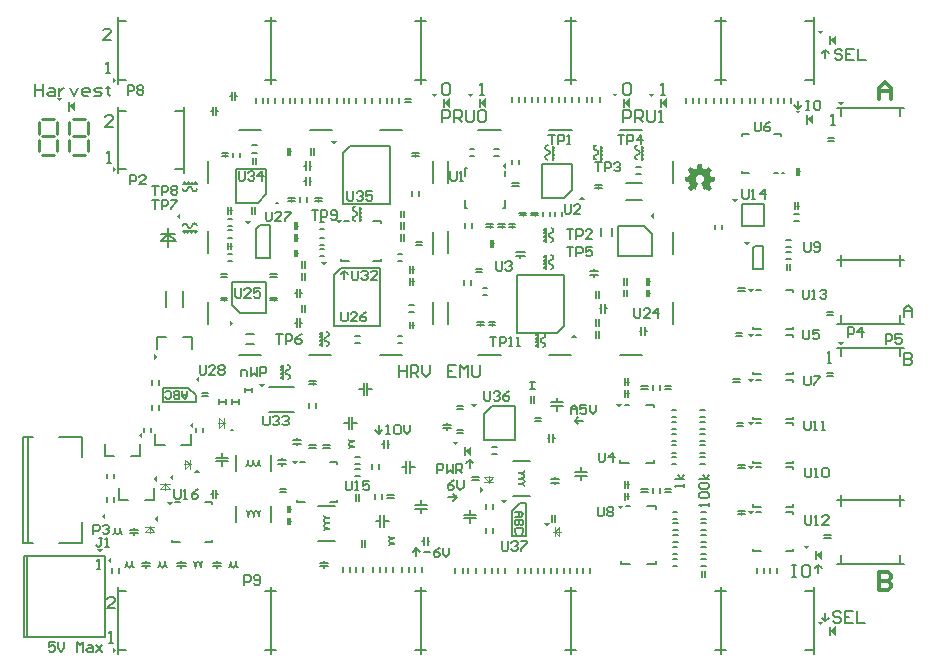
<source format=gbr>
%TF.GenerationSoftware,Altium Limited,Altium Designer,21.1.0 (24)*%
G04 Layer_Color=65535*
%FSLAX45Y45*%
%MOMM*%
%TF.SameCoordinates,396C0E3A-29EE-4C6C-8395-06145A698007*%
%TF.FilePolarity,Positive*%
%TF.FileFunction,Legend,Top*%
%TF.Part,Single*%
G01*
G75*
%TA.AperFunction,NonConductor*%
%ADD76C,0.15000*%
%ADD97C,0.20000*%
%ADD98C,0.25000*%
%ADD126C,0.10000*%
%ADD127C,0.30000*%
G36*
X4895000Y2120000D02*
X4870000Y2150000D01*
X4920000D01*
X4895000Y2120000D01*
D02*
G37*
G36*
X2520000Y1950000D02*
X2490000Y1975000D01*
X2520000Y2000000D01*
Y1950000D01*
D02*
G37*
G36*
X2870000Y1920000D02*
X2820000D01*
X2845000Y1950000D01*
X2870000Y1920000D01*
D02*
G37*
G36*
X2090000Y1860000D02*
X2060000Y1885000D01*
X2090000Y1910000D01*
Y1860000D01*
D02*
G37*
G36*
X4740000Y1800000D02*
X4720000Y1825000D01*
X4760000D01*
X4740000Y1800000D01*
D02*
G37*
G36*
X4870000Y1710000D02*
X4820000Y1750000D01*
X4870000Y1790000D01*
Y1710000D01*
D02*
G37*
G36*
X3385000Y1635000D02*
X3360000Y1665000D01*
X3410000D01*
X3385000Y1635000D01*
D02*
G37*
G36*
X2580000Y1570000D02*
X2530000D01*
X2555000Y1600000D01*
X2580000Y1570000D01*
D02*
G37*
G36*
X2350000Y1510000D02*
X2320000Y1535000D01*
X2350000Y1560000D01*
Y1510000D01*
D02*
G37*
G36*
X2210000Y1490000D02*
X2180000Y1515000D01*
X2210000Y1540000D01*
Y1490000D01*
D02*
G37*
G36*
X2325000Y1295000D02*
X2300000Y1325000D01*
X2350000D01*
X2325000Y1295000D01*
D02*
G37*
G36*
X1775000Y1175000D02*
X1745000Y1200000D01*
X1775000Y1225000D01*
Y1175000D01*
D02*
G37*
G36*
X2220000Y1150000D02*
X2190000Y1175000D01*
X2220000Y1200000D01*
Y1150000D01*
D02*
G37*
G36*
X1730000Y890000D02*
X1705000Y920000D01*
X1755000D01*
X1730000Y890000D01*
D02*
G37*
G36*
X1825000Y805000D02*
X1795000Y830000D01*
X1825000Y855000D01*
Y805000D01*
D02*
G37*
G36*
X1867000Y70500D02*
X1837000Y45500D01*
Y95500D01*
X1867000Y70500D01*
D02*
G37*
G36*
X2220000Y2545000D02*
X2190000Y2520000D01*
Y2570000D01*
X2220000Y2545000D01*
D02*
G37*
G36*
X2540000Y2360000D02*
X2570000Y2385000D01*
Y2335000D01*
X2540000Y2360000D01*
D02*
G37*
G36*
X2860000Y2835000D02*
X2830000Y2810000D01*
Y2860000D01*
X2860000Y2835000D01*
D02*
G37*
G36*
X2380000Y3740000D02*
X2410000Y3765000D01*
Y3715000D01*
X2380000Y3740000D01*
D02*
G37*
G36*
X2985000Y3670000D02*
X2960000Y3700000D01*
X3010000D01*
X2985000Y3670000D01*
D02*
G37*
G36*
X1867000Y4138400D02*
X1837000Y4113400D01*
Y4163400D01*
X1867000Y4138400D01*
D02*
G37*
G36*
X1470000Y4670000D02*
X1520000Y4710000D01*
Y4630000D01*
X1470000Y4670000D01*
D02*
G37*
G36*
X1390000Y4720000D02*
X1370000Y4745000D01*
X1410000D01*
X1390000Y4720000D01*
D02*
G37*
G36*
X1867000Y4896500D02*
X1837000Y4871500D01*
Y4921500D01*
X1867000Y4896500D01*
D02*
G37*
G36*
X3099999Y2290000D02*
X3074999Y2320000D01*
X3124999D01*
X3099999Y2290000D01*
D02*
G37*
G36*
X3630000Y3320000D02*
X3605000Y3350000D01*
X3655000D01*
X3630000Y3320000D01*
D02*
G37*
G36*
X3225000Y3870000D02*
X3250000Y3840000D01*
X3200000D01*
X3225000Y3870000D01*
D02*
G37*
G36*
X3755000Y3675000D02*
X3730000Y3705000D01*
X3780000D01*
X3755000Y3675000D01*
D02*
G37*
G36*
X3710000Y4350000D02*
X3685000Y4380000D01*
X3735000D01*
X3710000Y4350000D01*
D02*
G37*
G36*
X4560000Y4750000D02*
X4540000Y4775000D01*
X4580000D01*
X4560000Y4750000D01*
D02*
G37*
G36*
X4640000Y4700000D02*
X4690000Y4740000D01*
Y4660000D01*
X4640000Y4700000D01*
D02*
G37*
G36*
X4870000Y4750000D02*
X4850000Y4775000D01*
X4890000D01*
X4870000Y4750000D01*
D02*
G37*
G36*
X7245000Y3095000D02*
X7220000Y3125000D01*
X7270000D01*
X7245000Y3095000D01*
D02*
G37*
G36*
Y2715000D02*
X7220000Y2745000D01*
X7270000D01*
X7245000Y2715000D01*
D02*
G37*
G36*
X5765000Y2710000D02*
X5715000D01*
X5740000Y2740000D01*
X5765000Y2710000D01*
D02*
G37*
G36*
X8008000Y2641800D02*
X7983000Y2671800D01*
X8033000D01*
X8008000Y2641800D01*
D02*
G37*
G36*
X7245000Y2335000D02*
X7220000Y2365000D01*
X7270000D01*
X7245000Y2335000D01*
D02*
G37*
G36*
X6127500Y2120000D02*
X6102500Y2150000D01*
X6152500D01*
X6127500Y2120000D01*
D02*
G37*
G36*
X7245000Y1965000D02*
X7220000Y1995000D01*
X7270000D01*
X7245000Y1965000D01*
D02*
G37*
G36*
Y1595000D02*
X7220000Y1625000D01*
X7270000D01*
X7245000Y1595000D01*
D02*
G37*
G36*
X4980000Y1425000D02*
X4950000Y1400000D01*
Y1450000D01*
X4980000Y1425000D01*
D02*
G37*
G36*
X5150000Y1310000D02*
X5125000Y1340000D01*
X5175000D01*
X5150000Y1310000D01*
D02*
G37*
G36*
X6137500Y1260000D02*
X6112500Y1290000D01*
X6162500D01*
X6137500Y1260000D01*
D02*
G37*
G36*
X7245000Y1215000D02*
X7220000Y1245000D01*
X7270000D01*
X7245000Y1215000D01*
D02*
G37*
G36*
X5515000Y1110000D02*
X5490000Y1140000D01*
X5540000D01*
X5515000Y1110000D01*
D02*
G37*
G36*
X7710000Y920000D02*
X7690000Y945000D01*
X7730000D01*
X7710000Y920000D01*
D02*
G37*
G36*
X7840000Y830000D02*
X7790000Y870000D01*
X7840000Y910000D01*
Y830000D01*
D02*
G37*
G36*
X7830000Y280000D02*
X7810000Y305000D01*
X7850000D01*
X7830000Y280000D01*
D02*
G37*
G36*
X7960000Y190000D02*
X7910000Y230000D01*
X7960000Y270000D01*
Y190000D01*
D02*
G37*
G36*
X5135000Y4165000D02*
X5165000Y4190000D01*
Y4140000D01*
X5135000Y4165000D01*
D02*
G37*
G36*
X4950000Y4700000D02*
X5000000Y4740000D01*
Y4660000D01*
X4950000Y4700000D01*
D02*
G37*
G36*
X5815000Y3910000D02*
X5840000Y3880000D01*
X5790000D01*
X5815000Y3910000D01*
D02*
G37*
G36*
X6090000Y4750000D02*
X6070000Y4775000D01*
X6110000D01*
X6090000Y4750000D01*
D02*
G37*
G36*
X6170000Y4700000D02*
X6220000Y4740000D01*
Y4660000D01*
X6170000Y4700000D01*
D02*
G37*
G36*
X6390000Y3745000D02*
X6420000Y3770000D01*
Y3720000D01*
X6390000Y3745000D01*
D02*
G37*
G36*
X6825429Y4180571D02*
X6826286D01*
Y4180143D01*
Y4179714D01*
Y4179286D01*
X6826714D01*
Y4178857D01*
Y4178429D01*
Y4178000D01*
Y4177571D01*
Y4177143D01*
X6827143D01*
Y4176714D01*
Y4176286D01*
Y4175857D01*
Y4175429D01*
Y4175000D01*
Y4174571D01*
X6827572D01*
Y4174143D01*
Y4173714D01*
Y4173286D01*
Y4172857D01*
Y4172429D01*
X6828000D01*
Y4172000D01*
Y4171571D01*
Y4171143D01*
Y4170714D01*
Y4170286D01*
X6828429D01*
Y4169857D01*
Y4169429D01*
Y4169000D01*
Y4168571D01*
Y4168143D01*
Y4167714D01*
X6828857D01*
Y4167286D01*
Y4166857D01*
Y4166429D01*
Y4166000D01*
Y4165571D01*
X6829286D01*
Y4165143D01*
Y4164714D01*
Y4164286D01*
Y4163857D01*
Y4163429D01*
X6829714D01*
Y4163000D01*
Y4162571D01*
Y4162143D01*
Y4161714D01*
Y4161286D01*
Y4160857D01*
X6830143D01*
Y4160429D01*
Y4160000D01*
Y4159571D01*
Y4159143D01*
Y4158714D01*
X6830572D01*
Y4158286D01*
Y4157857D01*
Y4157429D01*
Y4157000D01*
Y4156571D01*
Y4156143D01*
X6831000D01*
Y4155714D01*
Y4155286D01*
Y4154857D01*
Y4154429D01*
Y4154000D01*
X6831429D01*
Y4153571D01*
Y4153143D01*
Y4152714D01*
Y4152286D01*
Y4151857D01*
X6831857D01*
Y4151429D01*
Y4151000D01*
Y4150571D01*
Y4150143D01*
Y4149714D01*
Y4149286D01*
X6832286D01*
Y4148857D01*
Y4148429D01*
Y4148000D01*
Y4147571D01*
Y4147143D01*
X6832714D01*
Y4146714D01*
Y4146286D01*
X6833143D01*
Y4145857D01*
X6834000D01*
Y4145429D01*
X6834857D01*
Y4145000D01*
X6836143D01*
Y4144571D01*
X6837000D01*
Y4144143D01*
X6838286D01*
Y4143714D01*
X6839143D01*
Y4143286D01*
X6840000D01*
Y4142857D01*
X6841286D01*
Y4142429D01*
X6842143D01*
Y4142000D01*
X6843429D01*
Y4141571D01*
X6844286D01*
Y4141143D01*
X6845572D01*
Y4140714D01*
X6846429D01*
Y4140286D01*
X6847715D01*
Y4139857D01*
X6848572D01*
Y4139429D01*
X6849429D01*
Y4139000D01*
X6850715D01*
Y4138571D01*
X6851572D01*
Y4138143D01*
X6852857D01*
Y4137714D01*
X6853715D01*
Y4137286D01*
X6855000D01*
Y4136857D01*
X6855857D01*
Y4136429D01*
X6857143D01*
Y4136857D01*
X6858000D01*
Y4137286D01*
X6858429D01*
Y4137714D01*
X6859286D01*
Y4138143D01*
X6859714D01*
Y4138571D01*
X6860143D01*
Y4139000D01*
X6861000D01*
Y4139429D01*
X6861429D01*
Y4139857D01*
X6862286D01*
Y4140286D01*
X6862714D01*
Y4140714D01*
X6863571D01*
Y4141143D01*
X6864000D01*
Y4141571D01*
X6864857D01*
Y4142000D01*
X6865286D01*
Y4142429D01*
X6866143D01*
Y4142857D01*
X6866571D01*
Y4143286D01*
X6867000D01*
Y4143714D01*
X6867857D01*
Y4144143D01*
X6868286D01*
Y4144571D01*
X6869143D01*
Y4145000D01*
X6869571D01*
Y4145429D01*
X6870429D01*
Y4145857D01*
X6870857D01*
Y4146286D01*
X6871714D01*
Y4146714D01*
X6872143D01*
Y4147143D01*
X6873000D01*
Y4147571D01*
X6873429D01*
Y4148000D01*
X6873857D01*
Y4148429D01*
X6874714D01*
Y4148857D01*
X6875143D01*
Y4149286D01*
X6876000D01*
Y4149714D01*
X6876429D01*
Y4150143D01*
X6877286D01*
Y4150571D01*
X6877714D01*
Y4151000D01*
X6878571D01*
Y4151429D01*
X6879000D01*
Y4151857D01*
X6879857D01*
Y4152286D01*
X6880286D01*
Y4152714D01*
X6881143D01*
Y4153143D01*
X6881571D01*
Y4153571D01*
X6882000D01*
Y4154000D01*
X6882857D01*
Y4154429D01*
X6883286D01*
Y4154857D01*
X6884143D01*
Y4155286D01*
X6884571D01*
Y4155714D01*
X6886714D01*
Y4155286D01*
X6887143D01*
Y4154857D01*
X6887571D01*
Y4154429D01*
X6888000D01*
Y4154000D01*
X6888429D01*
Y4153571D01*
X6888857D01*
Y4153143D01*
X6889286D01*
Y4152714D01*
X6889714D01*
Y4152286D01*
X6890143D01*
Y4151857D01*
X6890571D01*
Y4151429D01*
X6891000D01*
Y4151000D01*
X6891429D01*
Y4150571D01*
X6891857D01*
Y4150143D01*
X6892286D01*
Y4149714D01*
X6892714D01*
Y4149286D01*
X6893143D01*
Y4148857D01*
X6893571D01*
Y4148429D01*
X6894000D01*
Y4148000D01*
X6894429D01*
Y4147571D01*
X6894857D01*
Y4147143D01*
X6895286D01*
Y4146714D01*
X6895714D01*
Y4146286D01*
X6896143D01*
Y4145857D01*
X6896571D01*
Y4145429D01*
X6897000D01*
Y4145000D01*
X6897429D01*
Y4144571D01*
X6897857D01*
Y4144143D01*
X6898286D01*
Y4143714D01*
X6898714D01*
Y4143286D01*
X6899143D01*
Y4142857D01*
X6899571D01*
Y4142429D01*
X6900000D01*
Y4142000D01*
X6900429D01*
Y4141571D01*
X6900857D01*
Y4141143D01*
X6901286D01*
Y4140714D01*
X6901714D01*
Y4140286D01*
X6902143D01*
Y4139857D01*
X6902571D01*
Y4139429D01*
X6903000D01*
Y4139000D01*
X6903429D01*
Y4138571D01*
X6903857D01*
Y4138143D01*
X6904286D01*
Y4137714D01*
X6904714D01*
Y4137286D01*
X6905143D01*
Y4136857D01*
X6905572D01*
Y4136429D01*
X6906000D01*
Y4136000D01*
X6906429D01*
Y4135571D01*
X6906857D01*
Y4135143D01*
X6907286D01*
Y4134714D01*
X6907714D01*
Y4134286D01*
X6908143D01*
Y4133857D01*
X6908572D01*
Y4133429D01*
X6909000D01*
Y4133000D01*
X6909429D01*
Y4132571D01*
X6909857D01*
Y4132143D01*
X6910286D01*
Y4131714D01*
Y4131286D01*
Y4130857D01*
Y4130429D01*
Y4130000D01*
X6909857D01*
Y4129571D01*
X6909429D01*
Y4129143D01*
Y4128714D01*
X6909000D01*
Y4128286D01*
X6908572D01*
Y4127857D01*
Y4127429D01*
X6908143D01*
Y4127000D01*
X6907714D01*
Y4126571D01*
Y4126143D01*
X6907286D01*
Y4125714D01*
X6906857D01*
Y4125286D01*
X6906429D01*
Y4124857D01*
Y4124429D01*
X6906000D01*
Y4124000D01*
X6905572D01*
Y4123571D01*
Y4123143D01*
X6905143D01*
Y4122714D01*
X6904714D01*
Y4122286D01*
Y4121857D01*
X6904286D01*
Y4121429D01*
X6903857D01*
Y4121000D01*
Y4120571D01*
X6903429D01*
Y4120143D01*
X6903000D01*
Y4119714D01*
Y4119286D01*
X6902571D01*
Y4118857D01*
X6902143D01*
Y4118429D01*
X6901714D01*
Y4118000D01*
Y4117571D01*
X6901286D01*
Y4117143D01*
X6900857D01*
Y4116714D01*
Y4116286D01*
X6900429D01*
Y4115857D01*
X6900000D01*
Y4115429D01*
Y4115000D01*
X6899571D01*
Y4114571D01*
X6899143D01*
Y4114143D01*
Y4113714D01*
X6898714D01*
Y4113286D01*
X6898286D01*
Y4112857D01*
Y4112429D01*
X6897857D01*
Y4112000D01*
X6897429D01*
Y4111571D01*
X6897000D01*
Y4111143D01*
Y4110714D01*
X6896571D01*
Y4110286D01*
X6896143D01*
Y4109857D01*
Y4109429D01*
X6895714D01*
Y4109000D01*
X6895286D01*
Y4108571D01*
Y4108143D01*
X6894857D01*
Y4107714D01*
X6894429D01*
Y4107286D01*
Y4106857D01*
X6894000D01*
Y4106429D01*
X6893571D01*
Y4106000D01*
Y4105571D01*
X6893143D01*
Y4105143D01*
X6892714D01*
Y4104714D01*
Y4104286D01*
X6892286D01*
Y4103857D01*
X6891857D01*
Y4103429D01*
Y4103000D01*
X6891429D01*
Y4102571D01*
Y4102143D01*
Y4101714D01*
X6891857D01*
Y4101286D01*
Y4100857D01*
Y4100429D01*
X6892286D01*
Y4100000D01*
Y4099571D01*
X6892714D01*
Y4099143D01*
Y4098714D01*
X6893143D01*
Y4098286D01*
Y4097857D01*
Y4097429D01*
X6893571D01*
Y4097000D01*
Y4096571D01*
X6894000D01*
Y4096143D01*
Y4095714D01*
X6894429D01*
Y4095286D01*
Y4094857D01*
Y4094428D01*
X6894857D01*
Y4094000D01*
Y4093571D01*
X6895286D01*
Y4093143D01*
Y4092714D01*
X6895714D01*
Y4092286D01*
Y4091857D01*
Y4091428D01*
X6896143D01*
Y4091000D01*
Y4090571D01*
X6896571D01*
Y4090143D01*
Y4089714D01*
X6897000D01*
Y4089286D01*
Y4088857D01*
Y4088428D01*
X6897429D01*
Y4088000D01*
Y4087571D01*
X6897857D01*
Y4087143D01*
Y4086714D01*
X6898286D01*
Y4086286D01*
Y4085857D01*
Y4085428D01*
X6898714D01*
Y4085000D01*
Y4084571D01*
X6899143D01*
Y4084143D01*
Y4083714D01*
X6899571D01*
Y4083286D01*
Y4082857D01*
Y4082428D01*
X6900000D01*
Y4082000D01*
Y4081571D01*
X6900429D01*
Y4081143D01*
Y4080714D01*
X6900857D01*
Y4080286D01*
Y4079857D01*
Y4079428D01*
X6901286D01*
Y4079000D01*
Y4078571D01*
X6901714D01*
Y4078143D01*
X6902571D01*
Y4077714D01*
X6903857D01*
Y4077286D01*
X6906429D01*
Y4076857D01*
X6908572D01*
Y4076428D01*
X6910714D01*
Y4076000D01*
X6913286D01*
Y4075571D01*
X6915429D01*
Y4075143D01*
X6918000D01*
Y4074714D01*
X6920143D01*
Y4074286D01*
X6922286D01*
Y4073857D01*
X6924857D01*
Y4073428D01*
X6927000D01*
Y4073000D01*
X6929143D01*
Y4072571D01*
X6931714D01*
Y4072143D01*
X6933857D01*
Y4071714D01*
X6935143D01*
Y4071286D01*
Y4070857D01*
X6935572D01*
Y4070428D01*
Y4070000D01*
Y4069571D01*
Y4069143D01*
Y4068714D01*
Y4068286D01*
Y4067857D01*
Y4067428D01*
Y4067000D01*
Y4066571D01*
Y4066143D01*
Y4065714D01*
Y4065286D01*
Y4064857D01*
Y4064428D01*
Y4064000D01*
Y4063572D01*
Y4063143D01*
Y4062714D01*
Y4062286D01*
Y4061857D01*
Y4061429D01*
Y4061000D01*
Y4060572D01*
Y4060143D01*
Y4059714D01*
Y4059286D01*
Y4058857D01*
Y4058429D01*
Y4058000D01*
Y4057572D01*
Y4057143D01*
Y4056714D01*
Y4056286D01*
Y4055857D01*
Y4055429D01*
Y4055000D01*
Y4054572D01*
Y4054143D01*
Y4053714D01*
Y4053286D01*
Y4052857D01*
Y4052429D01*
Y4052000D01*
Y4051572D01*
Y4051143D01*
Y4050714D01*
Y4050286D01*
Y4049857D01*
Y4049429D01*
Y4049000D01*
Y4048572D01*
Y4048143D01*
Y4047714D01*
Y4047286D01*
Y4046857D01*
Y4046429D01*
Y4046000D01*
Y4045572D01*
Y4045143D01*
Y4044714D01*
Y4044286D01*
Y4043857D01*
Y4043429D01*
Y4043000D01*
Y4042572D01*
Y4042143D01*
Y4041714D01*
Y4041286D01*
Y4040857D01*
Y4040429D01*
Y4040000D01*
Y4039572D01*
Y4039143D01*
Y4038714D01*
Y4038286D01*
Y4037857D01*
Y4037429D01*
Y4037000D01*
X6935143D01*
Y4036572D01*
X6934714D01*
Y4036143D01*
X6933429D01*
Y4035714D01*
X6931286D01*
Y4035286D01*
X6928714D01*
Y4034857D01*
X6926572D01*
Y4034429D01*
X6924000D01*
Y4034000D01*
X6921857D01*
Y4033572D01*
X6919714D01*
Y4033143D01*
X6917143D01*
Y4032714D01*
X6915000D01*
Y4032286D01*
X6912857D01*
Y4031857D01*
X6910286D01*
Y4031429D01*
X6908143D01*
Y4031000D01*
X6905572D01*
Y4030571D01*
X6903429D01*
Y4030143D01*
X6903000D01*
Y4029714D01*
X6902571D01*
Y4029286D01*
X6902143D01*
Y4028857D01*
Y4028429D01*
X6901714D01*
Y4028000D01*
Y4027571D01*
X6901286D01*
Y4027143D01*
Y4026714D01*
Y4026286D01*
X6900857D01*
Y4025857D01*
Y4025429D01*
X6900429D01*
Y4025000D01*
Y4024571D01*
Y4024143D01*
X6900000D01*
Y4023714D01*
Y4023286D01*
X6899571D01*
Y4022857D01*
Y4022429D01*
Y4022000D01*
X6899143D01*
Y4021571D01*
Y4021143D01*
X6898714D01*
Y4020714D01*
Y4020286D01*
Y4019857D01*
X6898286D01*
Y4019429D01*
Y4019000D01*
X6897857D01*
Y4018571D01*
Y4018143D01*
Y4017714D01*
X6897429D01*
Y4017286D01*
Y4016857D01*
X6897000D01*
Y4016429D01*
Y4016000D01*
Y4015571D01*
X6896571D01*
Y4015143D01*
Y4014714D01*
X6896143D01*
Y4014286D01*
Y4013857D01*
Y4013429D01*
X6895714D01*
Y4013000D01*
Y4012571D01*
X6895286D01*
Y4012143D01*
Y4011714D01*
Y4011286D01*
X6894857D01*
Y4010857D01*
Y4010429D01*
X6894429D01*
Y4010000D01*
Y4009571D01*
Y4009143D01*
X6894000D01*
Y4008714D01*
Y4008286D01*
X6893571D01*
Y4007857D01*
Y4007429D01*
Y4007000D01*
X6893143D01*
Y4006571D01*
Y4006143D01*
X6892714D01*
Y4005714D01*
Y4005286D01*
Y4004857D01*
X6892286D01*
Y4004429D01*
Y4004000D01*
Y4003571D01*
X6892714D01*
Y4003143D01*
Y4002714D01*
X6893143D01*
Y4002286D01*
X6893571D01*
Y4001857D01*
Y4001429D01*
X6894000D01*
Y4001000D01*
X6894429D01*
Y4000571D01*
Y4000143D01*
X6894857D01*
Y3999714D01*
X6895286D01*
Y3999286D01*
X6895714D01*
Y3998857D01*
Y3998429D01*
X6896143D01*
Y3998000D01*
X6896571D01*
Y3997571D01*
Y3997143D01*
X6897000D01*
Y3996714D01*
X6897429D01*
Y3996286D01*
Y3995857D01*
X6897857D01*
Y3995429D01*
X6898286D01*
Y3995000D01*
Y3994571D01*
X6898714D01*
Y3994143D01*
X6899143D01*
Y3993714D01*
Y3993286D01*
X6899571D01*
Y3992857D01*
X6900000D01*
Y3992429D01*
X6900429D01*
Y3992000D01*
Y3991571D01*
X6900857D01*
Y3991143D01*
X6901286D01*
Y3990714D01*
Y3990286D01*
X6901714D01*
Y3989857D01*
X6902143D01*
Y3989429D01*
Y3989000D01*
X6902571D01*
Y3988571D01*
X6903000D01*
Y3988143D01*
Y3987714D01*
X6903429D01*
Y3987286D01*
X6903857D01*
Y3986857D01*
Y3986429D01*
X6904286D01*
Y3986000D01*
X6904714D01*
Y3985571D01*
Y3985143D01*
X6905143D01*
Y3984714D01*
X6905572D01*
Y3984286D01*
X6906000D01*
Y3983857D01*
Y3983429D01*
X6906429D01*
Y3983000D01*
X6906857D01*
Y3982571D01*
Y3982143D01*
X6907286D01*
Y3981714D01*
X6907714D01*
Y3981286D01*
Y3980857D01*
X6908143D01*
Y3980429D01*
X6908572D01*
Y3980000D01*
Y3979571D01*
X6909000D01*
Y3979143D01*
X6909429D01*
Y3978714D01*
Y3978286D01*
X6909857D01*
Y3977857D01*
X6910286D01*
Y3977429D01*
Y3977000D01*
Y3976571D01*
Y3976143D01*
Y3975714D01*
X6909857D01*
Y3975286D01*
X6909429D01*
Y3974857D01*
X6909000D01*
Y3974429D01*
X6908572D01*
Y3974000D01*
X6908143D01*
Y3973571D01*
X6907714D01*
Y3973143D01*
X6907286D01*
Y3972714D01*
X6906857D01*
Y3972286D01*
X6906429D01*
Y3971857D01*
X6906000D01*
Y3971429D01*
X6905572D01*
Y3971000D01*
X6905143D01*
Y3970571D01*
X6904714D01*
Y3970143D01*
X6904286D01*
Y3969714D01*
X6903857D01*
Y3969286D01*
X6903429D01*
Y3968857D01*
X6903000D01*
Y3968429D01*
X6902571D01*
Y3968000D01*
X6902143D01*
Y3967571D01*
X6901714D01*
Y3967143D01*
X6901286D01*
Y3966714D01*
X6900857D01*
Y3966286D01*
X6900429D01*
Y3965857D01*
X6900000D01*
Y3965429D01*
X6899571D01*
Y3965000D01*
X6899143D01*
Y3964571D01*
X6898714D01*
Y3964143D01*
X6898286D01*
Y3963714D01*
X6897857D01*
Y3963286D01*
X6897429D01*
Y3962857D01*
X6897000D01*
Y3962429D01*
X6896571D01*
Y3962000D01*
X6896143D01*
Y3961571D01*
X6895714D01*
Y3961143D01*
X6895286D01*
Y3960714D01*
X6894857D01*
Y3960286D01*
X6894429D01*
Y3959857D01*
X6894000D01*
Y3959429D01*
X6893571D01*
Y3959000D01*
X6893143D01*
Y3958571D01*
X6892714D01*
Y3958143D01*
X6892286D01*
Y3957714D01*
X6891857D01*
Y3957286D01*
X6891429D01*
Y3956857D01*
X6891000D01*
Y3956429D01*
X6890571D01*
Y3956000D01*
X6890143D01*
Y3955571D01*
X6889714D01*
Y3955143D01*
X6889286D01*
Y3954714D01*
X6888857D01*
Y3954286D01*
X6888429D01*
Y3953857D01*
X6888000D01*
Y3953429D01*
X6887571D01*
Y3953000D01*
X6887143D01*
Y3952571D01*
X6886286D01*
Y3952143D01*
X6885000D01*
Y3952571D01*
X6884143D01*
Y3953000D01*
X6883714D01*
Y3953429D01*
X6882857D01*
Y3953857D01*
X6882429D01*
Y3954286D01*
X6881571D01*
Y3954714D01*
X6881143D01*
Y3955143D01*
X6880286D01*
Y3955571D01*
X6879857D01*
Y3956000D01*
X6879000D01*
Y3956429D01*
X6878571D01*
Y3956857D01*
X6878143D01*
Y3957286D01*
X6877286D01*
Y3957714D01*
X6876857D01*
Y3958143D01*
X6876000D01*
Y3958571D01*
X6875571D01*
Y3959000D01*
X6874714D01*
Y3959429D01*
X6874286D01*
Y3959857D01*
X6873429D01*
Y3960286D01*
X6873000D01*
Y3960714D01*
X6872143D01*
Y3961143D01*
X6871714D01*
Y3961571D01*
X6871286D01*
Y3962000D01*
X6870429D01*
Y3962429D01*
X6870000D01*
Y3962857D01*
X6869143D01*
Y3963286D01*
X6868714D01*
Y3963714D01*
X6867857D01*
Y3964143D01*
X6867429D01*
Y3964571D01*
X6866571D01*
Y3965000D01*
X6866143D01*
Y3965429D01*
X6865286D01*
Y3965857D01*
X6864857D01*
Y3966286D01*
X6864429D01*
Y3966714D01*
X6863571D01*
Y3967143D01*
X6863143D01*
Y3967571D01*
X6862286D01*
Y3968000D01*
X6861857D01*
Y3968429D01*
X6861000D01*
Y3968857D01*
X6860571D01*
Y3969286D01*
X6859714D01*
Y3969714D01*
X6857572D01*
Y3969286D01*
X6856715D01*
Y3968857D01*
X6856286D01*
Y3968429D01*
X6855429D01*
Y3968000D01*
X6854572D01*
Y3967571D01*
X6853715D01*
Y3967143D01*
X6852857D01*
Y3966714D01*
X6852000D01*
Y3966286D01*
X6851143D01*
Y3965857D01*
X6850286D01*
Y3965429D01*
X6849857D01*
Y3965000D01*
X6849000D01*
Y3964571D01*
X6848143D01*
Y3964143D01*
X6847286D01*
Y3963714D01*
X6845143D01*
Y3964143D01*
X6844715D01*
Y3964571D01*
Y3965000D01*
X6844286D01*
Y3965429D01*
Y3965857D01*
Y3966286D01*
X6843857D01*
Y3966714D01*
Y3967143D01*
X6843429D01*
Y3967571D01*
Y3968000D01*
X6843000D01*
Y3968429D01*
Y3968857D01*
Y3969286D01*
X6842572D01*
Y3969714D01*
Y3970143D01*
X6842143D01*
Y3970571D01*
Y3971000D01*
Y3971429D01*
X6841715D01*
Y3971857D01*
Y3972286D01*
X6841286D01*
Y3972714D01*
Y3973143D01*
Y3973571D01*
X6840857D01*
Y3974000D01*
Y3974429D01*
X6840429D01*
Y3974857D01*
Y3975286D01*
X6840000D01*
Y3975714D01*
Y3976143D01*
Y3976571D01*
X6839572D01*
Y3977000D01*
Y3977429D01*
X6839143D01*
Y3977857D01*
Y3978286D01*
Y3978714D01*
X6838714D01*
Y3979143D01*
Y3979571D01*
X6838286D01*
Y3980000D01*
Y3980429D01*
X6837857D01*
Y3980857D01*
Y3981286D01*
Y3981714D01*
X6837429D01*
Y3982143D01*
Y3982571D01*
X6837000D01*
Y3983000D01*
Y3983429D01*
Y3983857D01*
X6836572D01*
Y3984286D01*
Y3984714D01*
X6836143D01*
Y3985143D01*
Y3985571D01*
Y3986000D01*
X6835714D01*
Y3986429D01*
Y3986857D01*
X6835286D01*
Y3987286D01*
Y3987714D01*
X6834857D01*
Y3988143D01*
Y3988571D01*
Y3989000D01*
X6834429D01*
Y3989429D01*
Y3989857D01*
X6834000D01*
Y3990286D01*
Y3990714D01*
Y3991143D01*
X6833572D01*
Y3991571D01*
Y3992000D01*
X6833143D01*
Y3992429D01*
Y3992857D01*
X6832714D01*
Y3993286D01*
Y3993714D01*
Y3994143D01*
X6832286D01*
Y3994571D01*
Y3995000D01*
X6831857D01*
Y3995429D01*
Y3995857D01*
Y3996286D01*
X6831429D01*
Y3996714D01*
Y3997143D01*
X6831000D01*
Y3997571D01*
Y3998000D01*
Y3998429D01*
X6830572D01*
Y3998857D01*
Y3999286D01*
X6830143D01*
Y3999714D01*
Y4000143D01*
X6829714D01*
Y4000571D01*
Y4001000D01*
Y4001429D01*
X6829286D01*
Y4001857D01*
Y4002286D01*
X6828857D01*
Y4002714D01*
Y4003143D01*
Y4003571D01*
X6828429D01*
Y4004000D01*
Y4004429D01*
X6828000D01*
Y4004857D01*
Y4005286D01*
X6827572D01*
Y4005714D01*
Y4006143D01*
Y4006571D01*
X6827143D01*
Y4007000D01*
Y4007429D01*
X6826714D01*
Y4007857D01*
Y4008286D01*
Y4008714D01*
X6826286D01*
Y4009143D01*
Y4009571D01*
X6825857D01*
Y4010000D01*
Y4010429D01*
Y4010857D01*
X6825429D01*
Y4011286D01*
Y4011714D01*
X6825000D01*
Y4012143D01*
Y4012571D01*
X6824572D01*
Y4013000D01*
Y4013429D01*
Y4013857D01*
X6824143D01*
Y4014286D01*
Y4014714D01*
X6823714D01*
Y4015143D01*
Y4015571D01*
Y4016000D01*
X6823286D01*
Y4016429D01*
Y4016857D01*
X6822857D01*
Y4017286D01*
Y4017714D01*
X6822429D01*
Y4018143D01*
Y4018571D01*
Y4019000D01*
X6822000D01*
Y4019429D01*
Y4019857D01*
X6822429D01*
Y4020286D01*
Y4020714D01*
X6822857D01*
Y4021143D01*
X6823286D01*
Y4021571D01*
X6824143D01*
Y4022000D01*
X6824572D01*
Y4022429D01*
X6825429D01*
Y4022857D01*
X6825857D01*
Y4023286D01*
X6826714D01*
Y4023714D01*
X6827143D01*
Y4024143D01*
X6827572D01*
Y4024571D01*
X6828429D01*
Y4025000D01*
X6828857D01*
Y4025429D01*
X6829714D01*
Y4025857D01*
X6830143D01*
Y4026286D01*
X6830572D01*
Y4026714D01*
X6831000D01*
Y4027143D01*
X6831857D01*
Y4027571D01*
X6832286D01*
Y4028000D01*
X6832714D01*
Y4028429D01*
X6833143D01*
Y4028857D01*
X6833572D01*
Y4029286D01*
X6834000D01*
Y4029714D01*
X6834429D01*
Y4030143D01*
X6834857D01*
Y4030571D01*
X6835286D01*
Y4031000D01*
Y4031429D01*
X6835714D01*
Y4031857D01*
X6836143D01*
Y4032286D01*
X6836572D01*
Y4032714D01*
X6837000D01*
Y4033143D01*
Y4033572D01*
X6837429D01*
Y4034000D01*
X6837857D01*
Y4034429D01*
Y4034857D01*
X6838286D01*
Y4035286D01*
X6838714D01*
Y4035714D01*
Y4036143D01*
X6839143D01*
Y4036572D01*
Y4037000D01*
X6839572D01*
Y4037429D01*
Y4037857D01*
X6840000D01*
Y4038286D01*
Y4038714D01*
X6840429D01*
Y4039143D01*
Y4039572D01*
X6840857D01*
Y4040000D01*
Y4040429D01*
X6841286D01*
Y4040857D01*
Y4041286D01*
X6841715D01*
Y4041714D01*
Y4042143D01*
Y4042572D01*
X6842143D01*
Y4043000D01*
Y4043429D01*
Y4043857D01*
X6842572D01*
Y4044286D01*
Y4044714D01*
Y4045143D01*
Y4045572D01*
X6843000D01*
Y4046000D01*
Y4046429D01*
Y4046857D01*
Y4047286D01*
Y4047714D01*
X6843429D01*
Y4048143D01*
Y4048572D01*
Y4049000D01*
Y4049429D01*
Y4049857D01*
Y4050286D01*
Y4050714D01*
X6843857D01*
Y4051143D01*
Y4051572D01*
Y4052000D01*
Y4052429D01*
Y4052857D01*
Y4053286D01*
Y4053714D01*
Y4054143D01*
Y4054572D01*
Y4055000D01*
Y4055429D01*
Y4055857D01*
Y4056286D01*
Y4056714D01*
X6843429D01*
Y4057143D01*
Y4057572D01*
Y4058000D01*
Y4058429D01*
Y4058857D01*
Y4059286D01*
Y4059714D01*
X6843000D01*
Y4060143D01*
Y4060572D01*
Y4061000D01*
Y4061429D01*
Y4061857D01*
X6842572D01*
Y4062286D01*
Y4062714D01*
Y4063143D01*
Y4063572D01*
X6842143D01*
Y4064000D01*
Y4064428D01*
Y4064857D01*
X6841715D01*
Y4065286D01*
Y4065714D01*
Y4066143D01*
X6841286D01*
Y4066571D01*
Y4067000D01*
X6840857D01*
Y4067428D01*
Y4067857D01*
Y4068286D01*
X6840429D01*
Y4068714D01*
Y4069143D01*
X6840000D01*
Y4069571D01*
Y4070000D01*
X6839572D01*
Y4070428D01*
Y4070857D01*
X6839143D01*
Y4071286D01*
X6838714D01*
Y4071714D01*
Y4072143D01*
X6838286D01*
Y4072571D01*
Y4073000D01*
X6837857D01*
Y4073428D01*
X6837429D01*
Y4073857D01*
Y4074286D01*
X6837000D01*
Y4074714D01*
X6836572D01*
Y4075143D01*
X6836143D01*
Y4075571D01*
Y4076000D01*
X6835714D01*
Y4076428D01*
X6835286D01*
Y4076857D01*
X6834857D01*
Y4077286D01*
X6834429D01*
Y4077714D01*
X6834000D01*
Y4078143D01*
X6833572D01*
Y4078571D01*
X6833143D01*
Y4079000D01*
X6832714D01*
Y4079428D01*
X6832286D01*
Y4079857D01*
X6831857D01*
Y4080286D01*
X6831429D01*
Y4080714D01*
X6831000D01*
Y4081143D01*
X6830572D01*
Y4081571D01*
X6829714D01*
Y4082000D01*
X6829286D01*
Y4082428D01*
X6828429D01*
Y4082857D01*
X6828000D01*
Y4083286D01*
X6827143D01*
Y4083714D01*
X6826714D01*
Y4084143D01*
X6825857D01*
Y4084571D01*
X6825000D01*
Y4085000D01*
X6824143D01*
Y4085428D01*
X6823286D01*
Y4085857D01*
X6822429D01*
Y4086286D01*
X6821572D01*
Y4086714D01*
X6820286D01*
Y4087143D01*
X6819000D01*
Y4087571D01*
X6817714D01*
Y4088000D01*
X6816000D01*
Y4088428D01*
X6813429D01*
Y4088857D01*
X6803572D01*
Y4088428D01*
X6801000D01*
Y4088000D01*
X6799286D01*
Y4087571D01*
X6798000D01*
Y4087143D01*
X6796714D01*
Y4086714D01*
X6795429D01*
Y4086286D01*
X6794572D01*
Y4085857D01*
X6793714D01*
Y4085428D01*
X6792857D01*
Y4085000D01*
X6792000D01*
Y4084571D01*
X6791143D01*
Y4084143D01*
X6790286D01*
Y4083714D01*
X6789857D01*
Y4083286D01*
X6789000D01*
Y4082857D01*
X6788572D01*
Y4082428D01*
X6787714D01*
Y4082000D01*
X6787286D01*
Y4081571D01*
X6786857D01*
Y4081143D01*
X6786429D01*
Y4080714D01*
X6785572D01*
Y4080286D01*
X6785143D01*
Y4079857D01*
X6784714D01*
Y4079428D01*
X6784286D01*
Y4079000D01*
X6783857D01*
Y4078571D01*
X6783429D01*
Y4078143D01*
X6783000D01*
Y4077714D01*
X6782572D01*
Y4077286D01*
X6782143D01*
Y4076857D01*
X6781714D01*
Y4076428D01*
X6781286D01*
Y4076000D01*
Y4075571D01*
X6780857D01*
Y4075143D01*
X6780429D01*
Y4074714D01*
X6780000D01*
Y4074286D01*
Y4073857D01*
X6779572D01*
Y4073428D01*
X6779143D01*
Y4073000D01*
Y4072571D01*
X6778714D01*
Y4072143D01*
X6778286D01*
Y4071714D01*
Y4071286D01*
X6777857D01*
Y4070857D01*
Y4070428D01*
X6777429D01*
Y4070000D01*
Y4069571D01*
X6777000D01*
Y4069143D01*
Y4068714D01*
X6776572D01*
Y4068286D01*
Y4067857D01*
X6776143D01*
Y4067428D01*
Y4067000D01*
X6775714D01*
Y4066571D01*
Y4066143D01*
Y4065714D01*
X6775286D01*
Y4065286D01*
Y4064857D01*
Y4064428D01*
X6774857D01*
Y4064000D01*
Y4063572D01*
Y4063143D01*
X6774429D01*
Y4062714D01*
Y4062286D01*
Y4061857D01*
Y4061429D01*
X6774000D01*
Y4061000D01*
Y4060572D01*
Y4060143D01*
Y4059714D01*
Y4059286D01*
X6773572D01*
Y4058857D01*
Y4058429D01*
Y4058000D01*
Y4057572D01*
Y4057143D01*
Y4056714D01*
Y4056286D01*
Y4055857D01*
Y4055429D01*
Y4055000D01*
X6773143D01*
Y4054572D01*
Y4054143D01*
Y4053714D01*
Y4053286D01*
Y4052857D01*
Y4052429D01*
X6773572D01*
Y4052000D01*
Y4051572D01*
Y4051143D01*
Y4050714D01*
Y4050286D01*
Y4049857D01*
Y4049429D01*
Y4049000D01*
Y4048572D01*
Y4048143D01*
X6774000D01*
Y4047714D01*
Y4047286D01*
Y4046857D01*
Y4046429D01*
Y4046000D01*
X6774429D01*
Y4045572D01*
Y4045143D01*
Y4044714D01*
Y4044286D01*
X6774857D01*
Y4043857D01*
Y4043429D01*
Y4043000D01*
X6775286D01*
Y4042572D01*
Y4042143D01*
Y4041714D01*
X6775714D01*
Y4041286D01*
Y4040857D01*
X6776143D01*
Y4040429D01*
Y4040000D01*
Y4039572D01*
X6776572D01*
Y4039143D01*
Y4038714D01*
X6777000D01*
Y4038286D01*
Y4037857D01*
X6777429D01*
Y4037429D01*
Y4037000D01*
X6777857D01*
Y4036572D01*
Y4036143D01*
X6778286D01*
Y4035714D01*
X6778714D01*
Y4035286D01*
Y4034857D01*
X6779143D01*
Y4034429D01*
X6779572D01*
Y4034000D01*
Y4033572D01*
X6780000D01*
Y4033143D01*
X6780429D01*
Y4032714D01*
Y4032286D01*
X6780857D01*
Y4031857D01*
X6781286D01*
Y4031429D01*
X6781714D01*
Y4031000D01*
X6782143D01*
Y4030571D01*
X6782572D01*
Y4030143D01*
Y4029714D01*
X6783000D01*
Y4029286D01*
X6783429D01*
Y4028857D01*
X6783857D01*
Y4028429D01*
X6784286D01*
Y4028000D01*
X6785143D01*
Y4027571D01*
X6785572D01*
Y4027143D01*
X6786000D01*
Y4026714D01*
X6786429D01*
Y4026286D01*
X6786857D01*
Y4025857D01*
X6787714D01*
Y4025429D01*
X6788143D01*
Y4025000D01*
X6788572D01*
Y4024571D01*
X6789429D01*
Y4024143D01*
X6789857D01*
Y4023714D01*
X6790286D01*
Y4023286D01*
X6791143D01*
Y4022857D01*
X6791572D01*
Y4022429D01*
X6792429D01*
Y4022000D01*
X6793286D01*
Y4021571D01*
X6793714D01*
Y4021143D01*
X6794572D01*
Y4020714D01*
Y4020286D01*
X6795000D01*
Y4019857D01*
Y4019429D01*
Y4019000D01*
Y4018571D01*
X6794572D01*
Y4018143D01*
Y4017714D01*
X6794143D01*
Y4017286D01*
Y4016857D01*
Y4016429D01*
X6793714D01*
Y4016000D01*
Y4015571D01*
X6793286D01*
Y4015143D01*
Y4014714D01*
X6792857D01*
Y4014286D01*
Y4013857D01*
Y4013429D01*
X6792429D01*
Y4013000D01*
Y4012571D01*
X6792000D01*
Y4012143D01*
Y4011714D01*
Y4011286D01*
X6791572D01*
Y4010857D01*
Y4010429D01*
X6791143D01*
Y4010000D01*
Y4009571D01*
X6790714D01*
Y4009143D01*
Y4008714D01*
Y4008286D01*
X6790286D01*
Y4007857D01*
Y4007429D01*
X6789857D01*
Y4007000D01*
Y4006571D01*
Y4006143D01*
X6789429D01*
Y4005714D01*
Y4005286D01*
X6789000D01*
Y4004857D01*
Y4004429D01*
Y4004000D01*
X6788572D01*
Y4003571D01*
Y4003143D01*
X6788143D01*
Y4002714D01*
Y4002286D01*
X6787714D01*
Y4001857D01*
Y4001429D01*
Y4001000D01*
X6787286D01*
Y4000571D01*
Y4000143D01*
X6786857D01*
Y3999714D01*
Y3999286D01*
Y3998857D01*
X6786429D01*
Y3998429D01*
Y3998000D01*
X6786000D01*
Y3997571D01*
Y3997143D01*
X6785572D01*
Y3996714D01*
Y3996286D01*
Y3995857D01*
X6785143D01*
Y3995429D01*
Y3995000D01*
X6784714D01*
Y3994571D01*
Y3994143D01*
Y3993714D01*
X6784286D01*
Y3993286D01*
Y3992857D01*
X6783857D01*
Y3992429D01*
Y3992000D01*
Y3991571D01*
X6783429D01*
Y3991143D01*
Y3990714D01*
X6783000D01*
Y3990286D01*
Y3989857D01*
X6782572D01*
Y3989429D01*
Y3989000D01*
Y3988571D01*
X6782143D01*
Y3988143D01*
Y3987714D01*
X6781714D01*
Y3987286D01*
Y3986857D01*
Y3986429D01*
X6781286D01*
Y3986000D01*
Y3985571D01*
X6780857D01*
Y3985143D01*
Y3984714D01*
X6780429D01*
Y3984286D01*
Y3983857D01*
Y3983429D01*
X6780000D01*
Y3983000D01*
Y3982571D01*
X6779572D01*
Y3982143D01*
Y3981714D01*
Y3981286D01*
X6779143D01*
Y3980857D01*
Y3980429D01*
X6778714D01*
Y3980000D01*
Y3979571D01*
Y3979143D01*
X6778286D01*
Y3978714D01*
Y3978286D01*
X6777857D01*
Y3977857D01*
Y3977429D01*
X6777429D01*
Y3977000D01*
Y3976571D01*
Y3976143D01*
X6777000D01*
Y3975714D01*
Y3975286D01*
X6776572D01*
Y3974857D01*
Y3974429D01*
Y3974000D01*
X6776143D01*
Y3973571D01*
Y3973143D01*
X6775714D01*
Y3972714D01*
Y3972286D01*
X6775286D01*
Y3971857D01*
Y3971429D01*
Y3971000D01*
X6774857D01*
Y3970571D01*
Y3970143D01*
X6774429D01*
Y3969714D01*
Y3969286D01*
Y3968857D01*
X6774000D01*
Y3968429D01*
Y3968000D01*
X6773572D01*
Y3967571D01*
Y3967143D01*
Y3966714D01*
X6773143D01*
Y3966286D01*
Y3965857D01*
X6772714D01*
Y3965429D01*
Y3965000D01*
X6772286D01*
Y3964571D01*
Y3964143D01*
X6771857D01*
Y3963714D01*
X6769714D01*
Y3964143D01*
X6768857D01*
Y3964571D01*
X6768429D01*
Y3965000D01*
X6767572D01*
Y3965429D01*
X6766714D01*
Y3965857D01*
X6765857D01*
Y3966286D01*
X6765000D01*
Y3966714D01*
X6764143D01*
Y3967143D01*
X6763286D01*
Y3967571D01*
X6762429D01*
Y3968000D01*
X6762000D01*
Y3968429D01*
X6761143D01*
Y3968857D01*
X6760286D01*
Y3969286D01*
X6759429D01*
Y3969714D01*
X6757286D01*
Y3969286D01*
X6756429D01*
Y3968857D01*
X6756000D01*
Y3968429D01*
X6755572D01*
Y3968000D01*
X6754714D01*
Y3967571D01*
X6754286D01*
Y3967143D01*
X6753429D01*
Y3966714D01*
X6753000D01*
Y3966286D01*
X6752143D01*
Y3965857D01*
X6751714D01*
Y3965429D01*
X6750857D01*
Y3965000D01*
X6750429D01*
Y3964571D01*
X6749571D01*
Y3964143D01*
X6749143D01*
Y3963714D01*
X6748714D01*
Y3963286D01*
X6747857D01*
Y3962857D01*
X6747429D01*
Y3962429D01*
X6746571D01*
Y3962000D01*
X6746143D01*
Y3961571D01*
X6745286D01*
Y3961143D01*
X6744857D01*
Y3960714D01*
X6744000D01*
Y3960286D01*
X6743571D01*
Y3959857D01*
X6742714D01*
Y3959429D01*
X6742286D01*
Y3959000D01*
X6741857D01*
Y3958571D01*
X6741000D01*
Y3958143D01*
X6740571D01*
Y3957714D01*
X6739714D01*
Y3957286D01*
X6739286D01*
Y3956857D01*
X6738429D01*
Y3956429D01*
X6738000D01*
Y3956000D01*
X6737143D01*
Y3955571D01*
X6736714D01*
Y3955143D01*
X6735857D01*
Y3954714D01*
X6735429D01*
Y3954286D01*
X6734571D01*
Y3953857D01*
X6734143D01*
Y3953429D01*
X6733714D01*
Y3953000D01*
X6732857D01*
Y3952571D01*
X6732000D01*
Y3952143D01*
X6730715D01*
Y3952571D01*
X6729857D01*
Y3953000D01*
X6729429D01*
Y3953429D01*
X6729000D01*
Y3953857D01*
X6728572D01*
Y3954286D01*
X6728143D01*
Y3954714D01*
X6727715D01*
Y3955143D01*
X6727286D01*
Y3955571D01*
X6726857D01*
Y3956000D01*
X6726429D01*
Y3956429D01*
X6726000D01*
Y3956857D01*
X6725572D01*
Y3957286D01*
X6725143D01*
Y3957714D01*
X6724715D01*
Y3958143D01*
X6724286D01*
Y3958571D01*
X6723857D01*
Y3959000D01*
X6723429D01*
Y3959429D01*
X6723000D01*
Y3959857D01*
X6722572D01*
Y3960286D01*
X6722143D01*
Y3960714D01*
X6721715D01*
Y3961143D01*
X6721286D01*
Y3961571D01*
X6720857D01*
Y3962000D01*
X6720429D01*
Y3962429D01*
X6720000D01*
Y3962857D01*
X6719572D01*
Y3963286D01*
X6719143D01*
Y3963714D01*
X6718715D01*
Y3964143D01*
X6718286D01*
Y3964571D01*
X6717857D01*
Y3965000D01*
X6717429D01*
Y3965429D01*
X6717000D01*
Y3965857D01*
X6716572D01*
Y3966286D01*
X6716143D01*
Y3966714D01*
X6715715D01*
Y3967143D01*
X6715286D01*
Y3967571D01*
X6714857D01*
Y3968000D01*
X6714429D01*
Y3968429D01*
X6714000D01*
Y3968857D01*
X6713572D01*
Y3969286D01*
X6713143D01*
Y3969714D01*
X6712715D01*
Y3970143D01*
X6712286D01*
Y3970571D01*
X6711857D01*
Y3971000D01*
X6711429D01*
Y3971429D01*
X6711000D01*
Y3971857D01*
X6710572D01*
Y3972286D01*
X6710143D01*
Y3972714D01*
X6709715D01*
Y3973143D01*
X6709286D01*
Y3973571D01*
X6708857D01*
Y3974000D01*
X6708429D01*
Y3974429D01*
X6708000D01*
Y3974857D01*
X6707572D01*
Y3975286D01*
X6707143D01*
Y3975714D01*
Y3976143D01*
X6706715D01*
Y3976571D01*
Y3977000D01*
Y3977429D01*
X6707143D01*
Y3977857D01*
Y3978286D01*
X6707572D01*
Y3978714D01*
Y3979143D01*
X6708000D01*
Y3979571D01*
X6708429D01*
Y3980000D01*
X6708857D01*
Y3980429D01*
Y3980857D01*
X6709286D01*
Y3981286D01*
X6709715D01*
Y3981714D01*
Y3982143D01*
X6710143D01*
Y3982571D01*
X6710572D01*
Y3983000D01*
Y3983429D01*
X6711000D01*
Y3983857D01*
X6711429D01*
Y3984286D01*
Y3984714D01*
X6711857D01*
Y3985143D01*
X6712286D01*
Y3985571D01*
Y3986000D01*
X6712715D01*
Y3986429D01*
X6713143D01*
Y3986857D01*
X6713572D01*
Y3987286D01*
Y3987714D01*
X6714000D01*
Y3988143D01*
X6714429D01*
Y3988571D01*
Y3989000D01*
X6714857D01*
Y3989429D01*
X6715286D01*
Y3989857D01*
Y3990286D01*
X6715715D01*
Y3990714D01*
X6716143D01*
Y3991143D01*
Y3991571D01*
X6716572D01*
Y3992000D01*
X6717000D01*
Y3992429D01*
Y3992857D01*
X6717429D01*
Y3993286D01*
X6717857D01*
Y3993714D01*
Y3994143D01*
X6718286D01*
Y3994571D01*
X6718715D01*
Y3995000D01*
X6719143D01*
Y3995429D01*
Y3995857D01*
X6719572D01*
Y3996286D01*
X6720000D01*
Y3996714D01*
Y3997143D01*
X6720429D01*
Y3997571D01*
X6720857D01*
Y3998000D01*
Y3998429D01*
X6721286D01*
Y3998857D01*
X6721715D01*
Y3999286D01*
Y3999714D01*
X6722143D01*
Y4000143D01*
X6722572D01*
Y4000571D01*
Y4001000D01*
X6723000D01*
Y4001429D01*
X6723429D01*
Y4001857D01*
X6723857D01*
Y4002286D01*
Y4002714D01*
X6724286D01*
Y4003143D01*
X6724715D01*
Y4003571D01*
Y4004000D01*
Y4004429D01*
Y4004857D01*
Y4005286D01*
X6724286D01*
Y4005714D01*
Y4006143D01*
Y4006571D01*
X6723857D01*
Y4007000D01*
Y4007429D01*
X6723429D01*
Y4007857D01*
Y4008286D01*
Y4008714D01*
X6723000D01*
Y4009143D01*
Y4009571D01*
X6722572D01*
Y4010000D01*
Y4010429D01*
Y4010857D01*
X6722143D01*
Y4011286D01*
Y4011714D01*
X6721715D01*
Y4012143D01*
Y4012571D01*
Y4013000D01*
X6721286D01*
Y4013429D01*
Y4013857D01*
X6720857D01*
Y4014286D01*
Y4014714D01*
Y4015143D01*
X6720429D01*
Y4015571D01*
Y4016000D01*
X6720000D01*
Y4016429D01*
Y4016857D01*
Y4017286D01*
X6719572D01*
Y4017714D01*
Y4018143D01*
X6719143D01*
Y4018571D01*
Y4019000D01*
Y4019429D01*
X6718715D01*
Y4019857D01*
Y4020286D01*
X6718286D01*
Y4020714D01*
Y4021143D01*
Y4021571D01*
X6717857D01*
Y4022000D01*
Y4022429D01*
X6717429D01*
Y4022857D01*
Y4023286D01*
Y4023714D01*
X6717000D01*
Y4024143D01*
Y4024571D01*
X6716572D01*
Y4025000D01*
Y4025429D01*
Y4025857D01*
X6716143D01*
Y4026286D01*
Y4026714D01*
X6715715D01*
Y4027143D01*
Y4027571D01*
Y4028000D01*
X6715286D01*
Y4028429D01*
Y4028857D01*
X6714857D01*
Y4029286D01*
Y4029714D01*
X6714429D01*
Y4030143D01*
X6713572D01*
Y4030571D01*
X6711429D01*
Y4031000D01*
X6708857D01*
Y4031429D01*
X6706715D01*
Y4031857D01*
X6704572D01*
Y4032286D01*
X6702000D01*
Y4032714D01*
X6699857D01*
Y4033143D01*
X6697715D01*
Y4033572D01*
X6695143D01*
Y4034000D01*
X6693000D01*
Y4034429D01*
X6690429D01*
Y4034857D01*
X6688286D01*
Y4035286D01*
X6686143D01*
Y4035714D01*
X6683572D01*
Y4036143D01*
X6682286D01*
Y4036572D01*
X6681857D01*
Y4037000D01*
X6681429D01*
Y4037429D01*
Y4037857D01*
Y4038286D01*
Y4038714D01*
Y4039143D01*
Y4039572D01*
Y4040000D01*
Y4040429D01*
Y4040857D01*
Y4041286D01*
Y4041714D01*
Y4042143D01*
Y4042572D01*
Y4043000D01*
Y4043429D01*
Y4043857D01*
Y4044286D01*
Y4044714D01*
Y4045143D01*
Y4045572D01*
Y4046000D01*
Y4046429D01*
Y4046857D01*
Y4047286D01*
Y4047714D01*
Y4048143D01*
Y4048572D01*
Y4049000D01*
Y4049429D01*
Y4049857D01*
Y4050286D01*
Y4050714D01*
Y4051143D01*
Y4051572D01*
Y4052000D01*
Y4052429D01*
Y4052857D01*
Y4053286D01*
Y4053714D01*
Y4054143D01*
Y4054572D01*
Y4055000D01*
Y4055429D01*
Y4055857D01*
Y4056286D01*
Y4056714D01*
Y4057143D01*
Y4057572D01*
Y4058000D01*
Y4058429D01*
Y4058857D01*
Y4059286D01*
Y4059714D01*
Y4060143D01*
Y4060572D01*
Y4061000D01*
Y4061429D01*
Y4061857D01*
Y4062286D01*
Y4062714D01*
Y4063143D01*
Y4063572D01*
Y4064000D01*
Y4064428D01*
Y4064857D01*
Y4065286D01*
Y4065714D01*
Y4066143D01*
Y4066571D01*
Y4067000D01*
Y4067428D01*
Y4067857D01*
Y4068286D01*
Y4068714D01*
Y4069143D01*
Y4069571D01*
Y4070000D01*
Y4070428D01*
Y4070857D01*
X6681857D01*
Y4071286D01*
X6682286D01*
Y4071714D01*
X6683143D01*
Y4072143D01*
X6685286D01*
Y4072571D01*
X6687857D01*
Y4073000D01*
X6690000D01*
Y4073428D01*
X6692572D01*
Y4073857D01*
X6694715D01*
Y4074286D01*
X6696857D01*
Y4074714D01*
X6699429D01*
Y4075143D01*
X6701572D01*
Y4075571D01*
X6703715D01*
Y4076000D01*
X6706286D01*
Y4076428D01*
X6708429D01*
Y4076857D01*
X6711000D01*
Y4077286D01*
X6713143D01*
Y4077714D01*
X6714857D01*
Y4078143D01*
X6715286D01*
Y4078571D01*
X6715715D01*
Y4079000D01*
Y4079428D01*
X6716143D01*
Y4079857D01*
Y4080286D01*
X6716572D01*
Y4080714D01*
Y4081143D01*
X6717000D01*
Y4081571D01*
Y4082000D01*
Y4082428D01*
X6717429D01*
Y4082857D01*
Y4083286D01*
X6717857D01*
Y4083714D01*
Y4084143D01*
X6718286D01*
Y4084571D01*
Y4085000D01*
Y4085428D01*
X6718715D01*
Y4085857D01*
Y4086286D01*
X6719143D01*
Y4086714D01*
Y4087143D01*
X6719572D01*
Y4087571D01*
Y4088000D01*
Y4088428D01*
X6720000D01*
Y4088857D01*
Y4089286D01*
X6720429D01*
Y4089714D01*
Y4090143D01*
X6720857D01*
Y4090571D01*
Y4091000D01*
Y4091428D01*
X6721286D01*
Y4091857D01*
Y4092286D01*
X6721715D01*
Y4092714D01*
Y4093143D01*
X6722143D01*
Y4093571D01*
Y4094000D01*
Y4094428D01*
X6722572D01*
Y4094857D01*
Y4095286D01*
X6723000D01*
Y4095714D01*
Y4096143D01*
X6723429D01*
Y4096571D01*
Y4097000D01*
Y4097429D01*
X6723857D01*
Y4097857D01*
Y4098286D01*
X6724286D01*
Y4098714D01*
Y4099143D01*
X6724715D01*
Y4099571D01*
Y4100000D01*
Y4100429D01*
X6725143D01*
Y4100857D01*
Y4101286D01*
X6725572D01*
Y4101714D01*
Y4102143D01*
Y4102571D01*
Y4103000D01*
Y4103429D01*
X6725143D01*
Y4103857D01*
X6724715D01*
Y4104286D01*
Y4104714D01*
X6724286D01*
Y4105143D01*
X6723857D01*
Y4105571D01*
Y4106000D01*
X6723429D01*
Y4106429D01*
X6723000D01*
Y4106857D01*
Y4107286D01*
X6722572D01*
Y4107714D01*
X6722143D01*
Y4108143D01*
Y4108571D01*
X6721715D01*
Y4109000D01*
X6721286D01*
Y4109429D01*
Y4109857D01*
X6720857D01*
Y4110286D01*
X6720429D01*
Y4110714D01*
X6720000D01*
Y4111143D01*
Y4111571D01*
X6719572D01*
Y4112000D01*
X6719143D01*
Y4112429D01*
Y4112857D01*
X6718715D01*
Y4113286D01*
X6718286D01*
Y4113714D01*
Y4114143D01*
X6717857D01*
Y4114571D01*
X6717429D01*
Y4115000D01*
Y4115429D01*
X6717000D01*
Y4115857D01*
X6716572D01*
Y4116286D01*
Y4116714D01*
X6716143D01*
Y4117143D01*
X6715715D01*
Y4117571D01*
X6715286D01*
Y4118000D01*
Y4118429D01*
X6714857D01*
Y4118857D01*
X6714429D01*
Y4119286D01*
Y4119714D01*
X6714000D01*
Y4120143D01*
X6713572D01*
Y4120571D01*
Y4121000D01*
X6713143D01*
Y4121429D01*
X6712715D01*
Y4121857D01*
Y4122286D01*
X6712286D01*
Y4122714D01*
X6711857D01*
Y4123143D01*
Y4123571D01*
X6711429D01*
Y4124000D01*
X6711000D01*
Y4124429D01*
X6710572D01*
Y4124857D01*
Y4125286D01*
X6710143D01*
Y4125714D01*
X6709715D01*
Y4126143D01*
Y4126571D01*
X6709286D01*
Y4127000D01*
X6708857D01*
Y4127429D01*
Y4127857D01*
X6708429D01*
Y4128286D01*
X6708000D01*
Y4128714D01*
Y4129143D01*
X6707572D01*
Y4129571D01*
X6707143D01*
Y4130000D01*
Y4130429D01*
X6706715D01*
Y4130857D01*
Y4131286D01*
Y4131714D01*
X6707143D01*
Y4132143D01*
Y4132571D01*
X6707572D01*
Y4133000D01*
X6708000D01*
Y4133429D01*
X6708429D01*
Y4133857D01*
X6708857D01*
Y4134286D01*
X6709286D01*
Y4134714D01*
X6709715D01*
Y4135143D01*
X6710143D01*
Y4135571D01*
X6710572D01*
Y4136000D01*
X6711000D01*
Y4136429D01*
X6711429D01*
Y4136857D01*
X6711857D01*
Y4137286D01*
X6712286D01*
Y4137714D01*
X6712715D01*
Y4138143D01*
X6713143D01*
Y4138571D01*
X6713572D01*
Y4139000D01*
X6714000D01*
Y4139429D01*
X6714429D01*
Y4139857D01*
X6714857D01*
Y4140286D01*
X6715286D01*
Y4140714D01*
X6715715D01*
Y4141143D01*
X6716143D01*
Y4141571D01*
X6716572D01*
Y4142000D01*
X6717000D01*
Y4142429D01*
X6717429D01*
Y4142857D01*
X6717857D01*
Y4143286D01*
X6718286D01*
Y4143714D01*
X6718715D01*
Y4144143D01*
X6719143D01*
Y4144571D01*
X6719572D01*
Y4145000D01*
X6720000D01*
Y4145429D01*
X6720429D01*
Y4145857D01*
X6720857D01*
Y4146286D01*
X6721286D01*
Y4146714D01*
X6721715D01*
Y4147143D01*
X6722143D01*
Y4147571D01*
X6722572D01*
Y4148000D01*
X6723000D01*
Y4148429D01*
X6723429D01*
Y4148857D01*
X6723857D01*
Y4149286D01*
X6724286D01*
Y4149714D01*
X6724715D01*
Y4150143D01*
X6725143D01*
Y4150571D01*
X6725572D01*
Y4151000D01*
X6726000D01*
Y4151429D01*
X6726429D01*
Y4151857D01*
X6726857D01*
Y4152286D01*
X6727286D01*
Y4152714D01*
X6727715D01*
Y4153143D01*
X6728143D01*
Y4153571D01*
X6728572D01*
Y4154000D01*
X6729000D01*
Y4154429D01*
X6729429D01*
Y4154857D01*
X6729857D01*
Y4155286D01*
X6730286D01*
Y4155714D01*
X6732429D01*
Y4155286D01*
X6732857D01*
Y4154857D01*
X6733714D01*
Y4154429D01*
X6734143D01*
Y4154000D01*
X6735000D01*
Y4153571D01*
X6735429D01*
Y4153143D01*
X6736286D01*
Y4152714D01*
X6736714D01*
Y4152286D01*
X6737571D01*
Y4151857D01*
X6738000D01*
Y4151429D01*
X6738857D01*
Y4151000D01*
X6739286D01*
Y4150571D01*
X6739714D01*
Y4150143D01*
X6740571D01*
Y4149714D01*
X6741000D01*
Y4149286D01*
X6741857D01*
Y4148857D01*
X6742286D01*
Y4148429D01*
X6743143D01*
Y4148000D01*
X6743571D01*
Y4147571D01*
X6744429D01*
Y4147143D01*
X6744857D01*
Y4146714D01*
X6745714D01*
Y4146286D01*
X6746143D01*
Y4145857D01*
X6747000D01*
Y4145429D01*
X6747429D01*
Y4145000D01*
X6747857D01*
Y4144571D01*
X6748714D01*
Y4144143D01*
X6749143D01*
Y4143714D01*
X6750000D01*
Y4143286D01*
X6750429D01*
Y4142857D01*
X6751286D01*
Y4142429D01*
X6751714D01*
Y4142000D01*
X6752571D01*
Y4141571D01*
X6753000D01*
Y4141143D01*
X6753857D01*
Y4140714D01*
X6754286D01*
Y4140286D01*
X6754714D01*
Y4139857D01*
X6755572D01*
Y4139429D01*
X6756000D01*
Y4139000D01*
X6756857D01*
Y4138571D01*
X6757286D01*
Y4138143D01*
X6758143D01*
Y4137714D01*
X6758572D01*
Y4137286D01*
X6759429D01*
Y4136857D01*
X6760286D01*
Y4136429D01*
X6761143D01*
Y4136857D01*
X6762429D01*
Y4137286D01*
X6763286D01*
Y4137714D01*
X6764143D01*
Y4138143D01*
X6765429D01*
Y4138571D01*
X6766286D01*
Y4139000D01*
X6767572D01*
Y4139429D01*
X6768429D01*
Y4139857D01*
X6769714D01*
Y4140286D01*
X6770572D01*
Y4140714D01*
X6771857D01*
Y4141143D01*
X6772714D01*
Y4141571D01*
X6773572D01*
Y4142000D01*
X6774857D01*
Y4142429D01*
X6775714D01*
Y4142857D01*
X6777000D01*
Y4143286D01*
X6777857D01*
Y4143714D01*
X6779143D01*
Y4144143D01*
X6780000D01*
Y4144571D01*
X6781286D01*
Y4145000D01*
X6782143D01*
Y4145429D01*
X6783000D01*
Y4145857D01*
X6783857D01*
Y4146286D01*
X6784286D01*
Y4146714D01*
Y4147143D01*
X6784714D01*
Y4147571D01*
Y4148000D01*
Y4148429D01*
Y4148857D01*
X6785143D01*
Y4149286D01*
Y4149714D01*
Y4150143D01*
Y4150571D01*
Y4151000D01*
X6785572D01*
Y4151429D01*
Y4151857D01*
Y4152286D01*
Y4152714D01*
Y4153143D01*
Y4153571D01*
X6786000D01*
Y4154000D01*
Y4154429D01*
Y4154857D01*
Y4155286D01*
Y4155714D01*
X6786429D01*
Y4156143D01*
Y4156571D01*
Y4157000D01*
Y4157429D01*
Y4157857D01*
Y4158286D01*
X6786857D01*
Y4158714D01*
Y4159143D01*
Y4159571D01*
Y4160000D01*
Y4160429D01*
X6787286D01*
Y4160857D01*
Y4161286D01*
Y4161714D01*
Y4162143D01*
Y4162571D01*
X6787714D01*
Y4163000D01*
Y4163429D01*
Y4163857D01*
Y4164286D01*
Y4164714D01*
Y4165143D01*
X6788143D01*
Y4165571D01*
Y4166000D01*
Y4166429D01*
Y4166857D01*
Y4167286D01*
X6788572D01*
Y4167714D01*
Y4168143D01*
Y4168571D01*
Y4169000D01*
Y4169429D01*
X6789000D01*
Y4169857D01*
Y4170286D01*
Y4170714D01*
Y4171143D01*
Y4171571D01*
Y4172000D01*
X6789429D01*
Y4172429D01*
Y4172857D01*
Y4173286D01*
Y4173714D01*
Y4174143D01*
X6789857D01*
Y4174571D01*
Y4175000D01*
Y4175429D01*
Y4175857D01*
Y4176286D01*
Y4176714D01*
X6790286D01*
Y4177143D01*
Y4177571D01*
Y4178000D01*
Y4178429D01*
Y4178857D01*
X6790714D01*
Y4179286D01*
Y4179714D01*
Y4180143D01*
X6791143D01*
Y4180571D01*
X6791572D01*
Y4181000D01*
X6825429D01*
Y4180571D01*
D02*
G37*
G36*
X6400000Y4750000D02*
X6380000Y4775000D01*
X6420000D01*
X6400000Y4750000D01*
D02*
G37*
G36*
X6480000Y4700000D02*
X6530000Y4740000D01*
Y4660000D01*
X6480000Y4700000D01*
D02*
G37*
G36*
X7205000Y3490000D02*
X7180000Y3520000D01*
X7230000D01*
X7205000Y3490000D01*
D02*
G37*
G36*
X7110000Y3855000D02*
X7085000Y3885000D01*
X7135000D01*
X7110000Y3855000D01*
D02*
G37*
G36*
X7515000Y4125000D02*
X7540000Y4095000D01*
X7490000D01*
X7515000Y4125000D01*
D02*
G37*
G36*
X7720000Y4560000D02*
X7770000Y4600000D01*
Y4520000D01*
X7720000Y4560000D01*
D02*
G37*
G36*
X7640000Y4610000D02*
X7620000Y4635000D01*
X7660000D01*
X7640000Y4610000D01*
D02*
G37*
G36*
X8008000Y4673800D02*
X7983000Y4703800D01*
X8033000D01*
X8008000Y4673800D01*
D02*
G37*
G36*
X7830000Y5280000D02*
X7810000Y5305000D01*
X7850000D01*
X7830000Y5280000D01*
D02*
G37*
G36*
X7910000Y5230000D02*
X7960000Y5270000D01*
Y5190000D01*
X7910000Y5230000D01*
D02*
G37*
D76*
X5480000Y2710000D02*
G03*
X5480000Y2750000I0J20000D01*
G01*
Y2630000D02*
G03*
X5480000Y2670000I0J20000D01*
G01*
Y2710000D02*
G03*
X5480000Y2670000I0J-20000D01*
G01*
X3320000Y2440000D02*
G03*
X3320000Y2480000I0J20000D01*
G01*
Y2360000D02*
G03*
X3320000Y2400000I0J20000D01*
G01*
Y2440000D02*
G03*
X3320000Y2400000I0J-20000D01*
G01*
X3890000Y3740000D02*
G03*
X3890000Y3700000I0J-20000D01*
G01*
Y3820000D02*
G03*
X3890000Y3780000I0J-20000D01*
G01*
Y3740000D02*
G03*
X3890000Y3780000I0J20000D01*
G01*
X2510000Y3970000D02*
G03*
X2550000Y3970000I20000J0D01*
G01*
X2430000D02*
G03*
X2470000Y3970000I20000J0D01*
G01*
X2510000D02*
G03*
X2470000Y3970000I-20000J0D01*
G01*
Y3660000D02*
G03*
X2430000Y3660000I-20000J0D01*
G01*
X2550000D02*
G03*
X2510000Y3660000I-20000J0D01*
G01*
X2470000D02*
G03*
X2510000Y3660000I20000J0D01*
G01*
X3650000Y2720000D02*
G03*
X3650000Y2760000I0J20000D01*
G01*
Y2640000D02*
G03*
X3650000Y2680000I0J20000D01*
G01*
Y2720000D02*
G03*
X3650000Y2680000I0J-20000D01*
G01*
X5550000Y3370000D02*
G03*
X5550000Y3410000I0J20000D01*
G01*
Y3290000D02*
G03*
X5550000Y3330000I0J20000D01*
G01*
Y3370000D02*
G03*
X5550000Y3330000I0J-20000D01*
G01*
X6280000Y4260000D02*
G03*
X6280000Y4220000I0J-20000D01*
G01*
Y4340000D02*
G03*
X6280000Y4300000I0J-20000D01*
G01*
Y4260000D02*
G03*
X6280000Y4300000I0J20000D01*
G01*
X5930000Y4260000D02*
G03*
X5930000Y4220000I0J-20000D01*
G01*
Y4340000D02*
G03*
X5930000Y4300000I0J-20000D01*
G01*
Y4260000D02*
G03*
X5930000Y4300000I0J20000D01*
G01*
X5550000Y3600000D02*
G03*
X5550000Y3640000I0J20000D01*
G01*
Y3520000D02*
G03*
X5550000Y3560000I0J20000D01*
G01*
Y3600000D02*
G03*
X5550000Y3560000I0J-20000D01*
G01*
X5520000Y4260000D02*
G03*
X5520000Y4220000I0J-20000D01*
G01*
Y4340000D02*
G03*
X5520000Y4300000I0J-20000D01*
G01*
Y4260000D02*
G03*
X5520000Y4300000I0J20000D01*
G01*
X3836447Y1846230D02*
G03*
X3883879Y1834960I27758J11379D01*
G01*
X3883697Y1789347D02*
G03*
X3835919Y1772675I-18578J-23555D01*
G01*
X3883495Y1834467D02*
G03*
X3884743Y1788142I-18425J-23675D01*
G01*
X3673446Y1096077D02*
G03*
X3625668Y1079406I-18578J-23555D01*
G01*
X3673244Y1141197D02*
G03*
X3674492Y1094873I-18425J-23675D01*
G01*
X3673582Y1187027D02*
G03*
X3673628Y1141690I-19627J-22688D01*
G01*
X3624613Y1203092D02*
G03*
X3672449Y1185718I29342J6247D01*
G01*
X4176448Y1026230D02*
G03*
X4223879Y1014960I27758J11379D01*
G01*
X4223697Y969347D02*
G03*
X4175920Y952676I-18578J-23555D01*
G01*
X4223495Y1014467D02*
G03*
X4224743Y968143I-18425J-23675D01*
G01*
X2986077Y1196554D02*
G03*
X2969406Y1244332I-23555J18578D01*
G01*
X3031197Y1196757D02*
G03*
X2984873Y1195508I-23675J18425D01*
G01*
X3077027Y1196418D02*
G03*
X3031690Y1196373I-22688J19627D01*
G01*
X3093092Y1245388D02*
G03*
X3075718Y1197551I6247J-29342D01*
G01*
X5276554Y1563923D02*
G03*
X5324332Y1580595I18578J23555D01*
G01*
X5276757Y1518803D02*
G03*
X5275508Y1565127I18425J23675D01*
G01*
X5276418Y1472973D02*
G03*
X5276372Y1518310I19627J22688D01*
G01*
X5325388Y1456908D02*
G03*
X5277551Y1474282I-29342J-6247D01*
G01*
X3073923Y1673446D02*
G03*
X3090595Y1625668I23555J-18578D01*
G01*
X3028803Y1673244D02*
G03*
X3075127Y1674492I23675J-18425D01*
G01*
X2982973Y1673582D02*
G03*
X3028310Y1673628I22688J-19627D01*
G01*
X2966908Y1624612D02*
G03*
X2984282Y1672449I-6247J29342D01*
G01*
X1843770Y1046448D02*
G03*
X1855040Y1093879I-11379J27758D01*
G01*
X1900653Y1093697D02*
G03*
X1917324Y1045919I23555J-18578D01*
G01*
X1855533Y1093495D02*
G03*
X1901857Y1094743I23675J-18425D01*
G01*
X1943770Y766448D02*
G03*
X1955040Y813879I-11379J27758D01*
G01*
X2000653Y813697D02*
G03*
X2017324Y765919I23555J-18578D01*
G01*
X1955533Y813495D02*
G03*
X2001857Y814743I23675J-18425D01*
G01*
X2823770Y766448D02*
G03*
X2835040Y813879I-11379J27758D01*
G01*
X2880653Y813697D02*
G03*
X2897324Y765919I23555J-18578D01*
G01*
X2835533Y813495D02*
G03*
X2881857Y814743I23675J-18425D01*
G01*
X2596231Y813552D02*
G03*
X2584961Y766121I11379J-27758D01*
G01*
X2539347Y766303D02*
G03*
X2522676Y814080I-23555J18578D01*
G01*
X2584467Y766505D02*
G03*
X2538143Y765257I-23675J18425D01*
G01*
X2223770Y766448D02*
G03*
X2235040Y813879I-11379J27758D01*
G01*
X2280653Y813697D02*
G03*
X2297325Y765919I23555J-18578D01*
G01*
X2235533Y813495D02*
G03*
X2281858Y814743I23675J-18425D01*
G01*
X6580000Y4020000D02*
Y4210000D01*
X6130000Y4470000D02*
X6320000D01*
X5535000D02*
X5725000D01*
X6580000Y3420000D02*
Y3610000D01*
Y2825000D02*
Y3015000D01*
X6130000Y2565000D02*
X6320000D01*
X5530000D02*
X5720000D01*
X4935000Y4470000D02*
X5125000D01*
X4675000Y4020000D02*
Y4210000D01*
Y3425000D02*
Y3615000D01*
X4935000Y2565000D02*
X5125000D01*
X4675000Y2825000D02*
Y3015000D01*
X5220000Y1243137D02*
X5286949Y1310086D01*
X5220000Y1030410D02*
Y1243137D01*
X5340000Y1030410D02*
Y1310086D01*
X5220000Y1030410D02*
X5340000D01*
X5286949Y1310086D02*
X5340000D01*
X5240000Y1845606D02*
Y2135516D01*
X4980000Y1845606D02*
X5240000D01*
X5050516Y2135516D02*
X5240000D01*
X4980000Y2065000D02*
X5050516Y2135516D01*
X4980000Y1845606D02*
Y2065000D01*
X3790000Y3844315D02*
Y4275000D01*
X3850311Y4335311D01*
X4185000D01*
Y3844315D02*
Y4335311D01*
X3790000Y3844315D02*
X4185000D01*
X2880000Y3854484D02*
Y4144394D01*
X3140000D01*
X2880000Y3854484D02*
X3069484D01*
X3140000Y3925000D01*
Y4144394D01*
X3165000Y2085000D02*
X3374999D01*
X3164999Y2295000D02*
X3374999D01*
X4044000Y3362500D02*
X4107500D01*
X3772500D02*
X3836000D01*
X4044000Y3697500D02*
X4107500D01*
Y3362500D02*
Y3380000D01*
Y3680000D02*
Y3697500D01*
X3772500Y3362500D02*
Y3380000D01*
X3795000Y3697500D02*
X3836000D01*
X2473137Y2290000D02*
X2540086Y2223050D01*
X2260410Y2290000D02*
X2473137D01*
X2260410Y2170000D02*
X2540086D01*
X2260410D02*
Y2290000D01*
X2540086Y2170000D02*
Y2223050D01*
X3050000Y3390564D02*
X3170000D01*
Y3669655D01*
X3050000Y3390564D02*
Y3635470D01*
X3084185Y3669655D01*
X3170000D01*
X3710000Y2814315D02*
Y3245000D01*
X3770311Y3305311D01*
X4105000D01*
Y2814315D02*
Y3305311D01*
X3710000Y2814315D02*
X4105000D01*
X2844484Y3180000D02*
X3134394D01*
Y2920000D02*
Y3180000D01*
X2844484Y2990515D02*
Y3180000D01*
Y2990515D02*
X2915000Y2920000D01*
X3134394D01*
X6115606Y3400000D02*
X6405516D01*
X6115606D02*
Y3660000D01*
X6405516Y3400000D02*
Y3589484D01*
X6335000Y3660000D02*
X6405516Y3589484D01*
X6115606Y3660000D02*
X6335000D01*
X2616000Y982500D02*
X2677500D01*
X2342500D02*
X2404000D01*
X2616000Y1317500D02*
X2677500D01*
X2365000D02*
X2404000D01*
X2677500Y982500D02*
Y1000000D01*
Y1300000D02*
Y1317500D01*
X2342500Y982500D02*
Y1000000D01*
X3676000Y1322500D02*
X3737500D01*
X3402500D02*
X3464000D01*
X3676000Y1657500D02*
X3737500D01*
X3425000D02*
X3464000D01*
X3737500Y1322500D02*
Y1340000D01*
Y1640000D02*
Y1657500D01*
X3402500Y1322500D02*
Y1340000D01*
X7165000Y3655000D02*
Y3845000D01*
X7355000Y3655000D02*
Y3845000D01*
X7165000D02*
X7355000D01*
X7165000Y3655000D02*
X7355000D01*
X7536000Y2782500D02*
X7597500D01*
X7262500D02*
X7324000D01*
X7536000Y3117500D02*
X7597500D01*
X7285000D02*
X7324000D01*
X7597500Y2782500D02*
Y2800000D01*
Y3100000D02*
Y3117500D01*
X7262500Y2782500D02*
Y2800000D01*
X7536000Y902500D02*
X7597500D01*
X7262500D02*
X7324000D01*
X7536000Y1237500D02*
X7597500D01*
X7285000D02*
X7324000D01*
X7597500Y902500D02*
Y920000D01*
Y1220000D02*
Y1237500D01*
X7262500Y902500D02*
Y920000D01*
X7536000Y1652500D02*
X7597500D01*
X7262500D02*
X7324000D01*
X7536000Y1987500D02*
X7597500D01*
X7285000D02*
X7324000D01*
X7597500Y1652500D02*
Y1670000D01*
Y1970000D02*
Y1987500D01*
X7262500Y1652500D02*
Y1670000D01*
X7536000Y1282500D02*
X7597500D01*
X7262500D02*
X7324000D01*
X7536000Y1617500D02*
X7597500D01*
X7285000D02*
X7324000D01*
X7597500Y1282500D02*
Y1300000D01*
Y1600000D02*
Y1617500D01*
X7262500Y1282500D02*
Y1300000D01*
X7255000Y3290668D02*
Y3470000D01*
X7275218Y3490218D01*
X7345000D01*
Y3290668D02*
Y3490218D01*
X7255000Y3290668D02*
X7345000D01*
X6183491Y1285002D02*
X6217500Y1285000D01*
X6362500D02*
X6435000D01*
Y1262500D02*
Y1285000D01*
Y795000D02*
Y817500D01*
X6362500Y795000D02*
X6435000D01*
X6145000D02*
Y817500D01*
Y795000D02*
X6217500D01*
X7536000Y2022500D02*
X7597500D01*
X7262500D02*
X7324000D01*
X7536000Y2357500D02*
X7597500D01*
X7285000D02*
X7324000D01*
X7597500Y2022500D02*
Y2040000D01*
Y2340000D02*
Y2357500D01*
X7262500Y2022500D02*
Y2040000D01*
X7162500Y4437500D02*
X7224000D01*
X7436000D02*
X7497500D01*
X7162500Y4102500D02*
X7224000D01*
X7436000D02*
X7475000D01*
X7162500Y4420000D02*
Y4437500D01*
Y4102500D02*
Y4120000D01*
X7497500Y4420000D02*
Y4437500D01*
X7536000Y2402500D02*
X7597500D01*
X7262500D02*
X7324000D01*
X7536000Y2737500D02*
X7597500D01*
X7285000D02*
X7324000D01*
X7597500Y2402500D02*
Y2420000D01*
Y2720000D02*
Y2737500D01*
X7262500Y2402500D02*
Y2420000D01*
X6173490Y2145002D02*
X6207500Y2145000D01*
X6352500D02*
X6425000D01*
Y2122500D02*
Y2145000D01*
Y1655000D02*
Y1677500D01*
X6352500Y1655000D02*
X6425000D01*
X6135000D02*
Y1677500D01*
Y1655000D02*
X6207500D01*
X5660000Y2815000D02*
Y3245685D01*
X5599689Y2754689D02*
X5660000Y2815000D01*
X5265000Y2754689D02*
X5599689D01*
X5265000D02*
Y3245685D01*
X5660000D01*
X5470000Y3894484D02*
Y4184394D01*
X5730000D01*
X5470000Y3894484D02*
X5659484D01*
X5730000Y3965000D01*
Y4184394D01*
X4822500Y3812500D02*
Y3876000D01*
Y4084000D02*
Y4147500D01*
X5157500Y3812500D02*
Y3876000D01*
X4822500Y3812500D02*
X4840000D01*
X5140000D02*
X5157500D01*
X4822500Y4147500D02*
X4840000D01*
X5157500Y4084000D02*
Y4125000D01*
X5420190Y2640228D02*
X5436731Y2656769D01*
X5421694Y2672834D02*
X5438234Y2689374D01*
X5421125Y2705252D02*
X5437666Y2721793D01*
X5421694Y2732692D02*
X5438234Y2749233D01*
Y2631393D02*
Y2749420D01*
X3260190Y2370228D02*
X3276731Y2386769D01*
X3261694Y2402834D02*
X3278234Y2419374D01*
X3261125Y2435252D02*
X3277666Y2451793D01*
X3261694Y2462692D02*
X3278234Y2479233D01*
Y2361393D02*
Y2479420D01*
X3933269Y3793231D02*
X3949810Y3809772D01*
X3931766Y3760626D02*
X3948306Y3777166D01*
X3932335Y3728207D02*
X3948875Y3744748D01*
X3931766Y3700767D02*
X3948306Y3717308D01*
X3931766Y3700580D02*
Y3818607D01*
X2440228Y4029810D02*
X2456769Y4013269D01*
X2472834Y4028306D02*
X2489374Y4011765D01*
X2505252Y4028875D02*
X2521793Y4012334D01*
X2532692Y4028306D02*
X2549233Y4011765D01*
X2431393D02*
X2549420D01*
X2523231Y3616731D02*
X2539772Y3600190D01*
X2490626Y3618234D02*
X2507166Y3601694D01*
X2458207Y3617665D02*
X2474748Y3601125D01*
X2430767Y3618234D02*
X2447308Y3601694D01*
X2430580Y3618234D02*
X2548607D01*
X3590190Y2650228D02*
X3606731Y2666769D01*
X3591694Y2682834D02*
X3608234Y2699374D01*
X3591125Y2715252D02*
X3607665Y2731793D01*
X3591694Y2742692D02*
X3608234Y2759233D01*
Y2641393D02*
Y2759420D01*
X5490190Y3300228D02*
X5506731Y3316769D01*
X5491694Y3332834D02*
X5508235Y3349374D01*
X5491125Y3365252D02*
X5507666Y3381793D01*
X5491694Y3392692D02*
X5508235Y3409233D01*
Y3291393D02*
Y3409420D01*
X6323269Y4313231D02*
X6339810Y4329772D01*
X6321766Y4280626D02*
X6338306Y4297166D01*
X6322335Y4248207D02*
X6338875Y4264748D01*
X6321766Y4220767D02*
X6338306Y4237308D01*
X6321766Y4220580D02*
Y4338607D01*
X5973269Y4313231D02*
X5989810Y4329772D01*
X5971766Y4280626D02*
X5988306Y4297166D01*
X5972335Y4248207D02*
X5988875Y4264748D01*
X5971766Y4220767D02*
X5988306Y4237308D01*
X5971766Y4220580D02*
Y4338607D01*
X5490190Y3530228D02*
X5506731Y3546769D01*
X5491694Y3562834D02*
X5508235Y3579374D01*
X5491125Y3595252D02*
X5507666Y3611793D01*
X5491694Y3622692D02*
X5508235Y3639233D01*
Y3521393D02*
Y3639420D01*
X5563269Y4313231D02*
X5579810Y4329772D01*
X5561765Y4280626D02*
X5578306Y4297166D01*
X5562334Y4248207D02*
X5578875Y4264748D01*
X5561765Y4220767D02*
X5578306Y4237308D01*
X5561765Y4220580D02*
Y4338607D01*
X5050000Y1730000D02*
X5090000D01*
X5050000Y1790000D02*
X5090000D01*
X7460000Y720000D02*
Y760000D01*
X7400000Y720000D02*
Y760000D01*
X7350000Y720000D02*
Y760000D01*
X7290000Y720000D02*
Y760000D01*
X5550000Y720000D02*
Y760000D01*
X5490000Y720000D02*
Y760000D01*
X5440000Y720000D02*
Y760000D01*
X5380000Y720000D02*
Y760000D01*
X5330000Y720000D02*
Y760000D01*
X5270000Y720000D02*
Y760000D01*
X5050000Y720000D02*
Y760000D01*
X4990000Y720000D02*
Y760000D01*
X5330000Y4710000D02*
Y4750000D01*
X5390000Y4710000D02*
Y4750000D01*
X4910000Y720000D02*
Y760000D01*
X4850000Y720000D02*
Y760000D01*
X4100000Y730000D02*
Y770000D01*
X4040000Y730000D02*
Y770000D01*
X3900000Y730000D02*
Y770000D01*
X3960000Y730000D02*
Y770000D01*
X3970000Y4700000D02*
Y4740000D01*
X4030000Y4700000D02*
Y4740000D01*
X4160000Y4700000D02*
Y4740000D01*
X4100000Y4700000D02*
Y4740000D01*
X3610000Y4700000D02*
Y4740000D01*
X3670000Y4700000D02*
Y4740000D01*
X3800000Y4700000D02*
Y4740000D01*
X3740000Y4700000D02*
Y4740000D01*
X7410000Y4700000D02*
Y4740000D01*
X7470000Y4700000D02*
Y4740000D01*
X7580000Y4700000D02*
Y4740000D01*
X7520000Y4700000D02*
Y4740000D01*
X7170000Y4700000D02*
Y4740000D01*
X7230000Y4700000D02*
Y4740000D01*
X7340000Y4700000D02*
Y4740000D01*
X7280000Y4700000D02*
Y4740000D01*
X6930000Y4700000D02*
Y4740000D01*
X6990000Y4700000D02*
Y4740000D01*
X7100000Y4700000D02*
Y4740000D01*
X7040000Y4700000D02*
Y4740000D01*
X6690000Y4700000D02*
Y4740000D01*
X6750000Y4700000D02*
Y4740000D01*
X6860000Y4700000D02*
Y4740000D01*
X6800000Y4700000D02*
Y4740000D01*
X5500000Y4710000D02*
Y4750000D01*
X5440000Y4710000D02*
Y4750000D01*
X5670000Y4710000D02*
Y4750000D01*
X5730000Y4710000D02*
Y4750000D01*
X6810000Y1640000D02*
X6850000D01*
X6810000Y1700000D02*
X6850000D01*
X6570000Y1640000D02*
X6610000D01*
X6570000Y1700000D02*
X6610000D01*
X5280000Y4710000D02*
Y4750000D01*
X5220000Y4710000D02*
Y4750000D01*
X5710000Y720000D02*
Y760000D01*
X5770000Y720000D02*
Y760000D01*
X5660000Y720000D02*
Y760000D01*
X5600000Y720000D02*
Y760000D01*
X4090000Y1600000D02*
Y1640000D01*
X4030000Y1600000D02*
Y1640000D01*
X5070000Y4250000D02*
X5110000D01*
X5070000Y4310000D02*
X5110000D01*
X5220000Y4180000D02*
Y4220000D01*
X5280000Y4180000D02*
Y4220000D01*
X3890000Y1700000D02*
X3930000D01*
X3890000Y1640000D02*
X3930000D01*
X3890000Y1540000D02*
X3930000D01*
X3890000Y1600000D02*
X3930000D01*
X4060000Y1350000D02*
Y1390000D01*
X4120000Y1350000D02*
Y1390000D01*
X2965000Y2745000D02*
X3035000D01*
X2965000Y2655000D02*
X3035000D01*
X6940000Y3630000D02*
Y3670000D01*
X7000000Y3630000D02*
Y3670000D01*
X7610000Y3700000D02*
X7650000D01*
X7610000Y3760000D02*
X7650000D01*
X6820000Y1180000D02*
X6860000D01*
X6820000Y1240000D02*
X6860000D01*
X6580000Y1180000D02*
X6619999D01*
X6580000Y1240000D02*
X6619999D01*
X6820000Y780000D02*
X6859999D01*
X6820000Y840000D02*
X6859999D01*
X6580000Y780000D02*
X6619999D01*
X6580000Y840000D02*
X6619999D01*
X6820000Y880000D02*
X6860000D01*
X6820000Y940000D02*
X6860000D01*
X6580000Y880000D02*
X6619999D01*
X6580000Y940000D02*
X6619999D01*
X6820000Y980000D02*
X6860000D01*
X6820000Y1040000D02*
X6860000D01*
X6580000Y980000D02*
X6620000D01*
X6580000Y1040000D02*
X6620000D01*
X6820000Y1080000D02*
X6860000D01*
X6820000Y1140000D02*
X6860000D01*
X6580000Y1080000D02*
X6620000D01*
X6580000Y1140000D02*
X6620000D01*
X6810000Y1740000D02*
X6850000D01*
X6810000Y1800000D02*
X6850000D01*
X6570000Y1740000D02*
X6610000D01*
X6570000Y1800000D02*
X6610000D01*
X6810000Y1840000D02*
X6850000D01*
X6810000Y1900000D02*
X6850000D01*
X6570000Y1840000D02*
X6610000D01*
X6570000Y1900000D02*
X6610000D01*
X6810000Y1940000D02*
X6850000D01*
X6810000Y2000000D02*
X6850000D01*
X6570000Y1940000D02*
X6610000D01*
X6570000Y2000000D02*
X6610000D01*
X6810000Y2040000D02*
X6850000D01*
X6810000Y2100000D02*
X6850000D01*
X6570000Y2040000D02*
X6610000D01*
X6570000Y2100000D02*
X6610000D01*
X5620000Y4710000D02*
Y4750000D01*
X5560000Y4710000D02*
Y4750000D01*
X4150000Y730000D02*
Y770000D01*
X4210000Y730000D02*
Y770000D01*
X3790000Y730000D02*
Y770000D01*
X3850000Y730000D02*
Y770000D01*
X5100000Y720000D02*
Y760000D01*
X5160000Y720000D02*
Y760000D01*
X4740000Y720000D02*
Y760000D01*
X4800000Y720000D02*
Y760000D01*
X3900000Y4700000D02*
Y4740000D01*
X3840000Y4700000D02*
Y4740000D01*
X3570000Y4700000D02*
Y4740000D01*
X3510000Y4700000D02*
Y4740000D01*
X4260000Y4700000D02*
Y4740000D01*
X4200000Y4700000D02*
Y4740000D01*
X1890000Y720000D02*
Y760000D01*
X1830000Y720000D02*
Y760000D01*
X2100000Y1910000D02*
Y1950000D01*
X2160000Y1910000D02*
Y1950000D01*
X1850000Y1520000D02*
Y1560000D01*
X1790000Y1520000D02*
Y1560000D01*
X1850000Y1320000D02*
Y1360000D01*
X1790000Y1320000D02*
Y1360000D01*
X3380000Y4700000D02*
Y4740000D01*
X3440000Y4700000D02*
Y4740000D01*
X5975000Y3575000D02*
Y3645000D01*
X6065000Y3575000D02*
Y3645000D01*
X5370000Y2280001D02*
X5410000D01*
X5370000Y2340000D02*
X5410000D01*
X2230000Y2100000D02*
Y2140000D01*
X2170000Y2100000D02*
Y2140000D01*
X5060000Y1260000D02*
Y1300000D01*
X5000000Y1260000D02*
Y1300000D01*
X2170000Y2310000D02*
Y2350000D01*
X2230000Y2310000D02*
Y2350000D01*
X5060000Y1060000D02*
Y1100000D01*
X5000000Y1060000D02*
Y1100000D01*
X2600000Y1910000D02*
Y1950000D01*
X2540000Y1910000D02*
Y1950000D01*
X5880000Y720000D02*
Y760000D01*
X5820000Y720000D02*
Y760000D01*
X3590000Y3690000D02*
X3630000D01*
X3590000Y3630000D02*
X3630000D01*
X3020000Y4340000D02*
X3060000D01*
X3020000Y4280000D02*
X3060000D01*
X4370000Y3910000D02*
Y3950000D01*
X4430000Y3910000D02*
Y3950000D01*
X2920000Y4240000D02*
Y4280000D01*
X2860000Y4240000D02*
Y4280000D01*
X3420000Y3860000D02*
Y3900000D01*
X3480000Y3860000D02*
Y3900000D01*
X5960000Y4710000D02*
Y4750000D01*
X5900000Y4710000D02*
Y4750000D01*
X3210000Y4700000D02*
Y4740000D01*
X3150000Y4700000D02*
Y4740000D01*
X5850000Y4710000D02*
Y4750000D01*
X5790000Y4710000D02*
Y4750000D01*
X3110000Y4700000D02*
Y4740000D01*
X3050000Y4700000D02*
Y4740000D01*
X2739998Y2149998D02*
Y2189998D01*
X2799998Y2149998D02*
Y2189998D01*
X3500000Y2120000D02*
Y2160000D01*
X3560000Y2120000D02*
Y2160000D01*
X4350000Y730000D02*
Y770000D01*
X4290000Y730000D02*
Y770000D01*
X4460000Y730000D02*
Y770000D01*
X4400000Y730000D02*
Y770000D01*
X3340000Y4700000D02*
Y4740000D01*
X3280000Y4700000D02*
Y4740000D01*
X2849999Y2150000D02*
Y2189999D01*
X2909999Y2150000D02*
Y2189999D01*
X3020003Y2249998D02*
Y2289998D01*
X2960003Y2249998D02*
Y2289998D01*
X3590000Y3460000D02*
X3630000D01*
X3590000Y3400000D02*
X3630000D01*
X4250000Y3360000D02*
X4290000D01*
X4250000Y3420000D02*
X4290000D01*
X3590000Y3560000D02*
X3630000D01*
X3590000Y3500000D02*
X3630000D01*
X4350000Y2930000D02*
X4390000D01*
X4350000Y2990000D02*
X4390000D01*
X4970000Y3070000D02*
X5010000D01*
X4970000Y3130000D02*
X5010000D01*
X4820000Y3640000D02*
Y3680000D01*
X4880000Y3640000D02*
Y3680000D01*
X3890000Y2730000D02*
X3930000D01*
X3890000Y2670000D02*
X3930000D01*
X2810000Y3720000D02*
X2850000D01*
X2810000Y3660000D02*
X2850000D01*
X2810000Y3620000D02*
X2850000D01*
X2810000Y3560000D02*
X2850000D01*
X2810000Y3420000D02*
X2850000D01*
X2810000Y3360000D02*
X2850000D01*
X4250000Y2670000D02*
X4290000D01*
X4250000Y2730000D02*
X4290000D01*
X7540000Y3440000D02*
X7580000D01*
X7540000Y3380000D02*
X7580000D01*
X6410000Y1400000D02*
Y1440000D01*
X6470000Y1400000D02*
Y1440000D01*
X7540000Y3540000D02*
X7580000D01*
X7540000Y3480000D02*
X7580000D01*
X6410000Y2270000D02*
Y2310000D01*
X6470000Y2270000D02*
Y2310000D01*
X4870000Y3160000D02*
Y3200000D01*
X4810000Y3160000D02*
Y3200000D01*
X6270000Y4160000D02*
X6310000D01*
X6270000Y4100000D02*
X6310000D01*
X4860000Y4310000D02*
X4900000D01*
X4860000Y4250000D02*
X4900000D01*
X5480000Y3740000D02*
Y3780000D01*
X5540000Y3740000D02*
Y3780000D01*
X5640000Y3740000D02*
Y3780000D01*
X5580000Y3740000D02*
Y3780000D01*
X1080000Y975000D02*
Y1875000D01*
X1580000Y1700000D02*
Y1875000D01*
X1080000Y975000D02*
X1160000D01*
X1120000D02*
Y1874821D01*
X1080000Y1875000D02*
X1159648D01*
X1380000D02*
X1580000D01*
Y975000D02*
Y1155000D01*
X1380000Y975000D02*
X1580000D01*
X2905000Y2565000D02*
X3095000D01*
X3500000D02*
X3690000D01*
X4100000D02*
X4290000D01*
X4550000Y2825000D02*
Y3015000D01*
Y3420000D02*
Y3610000D01*
Y4020000D02*
Y4210000D01*
X4100000Y4470000D02*
X4290000D01*
X3505000D02*
X3695000D01*
X2905000D02*
X3095000D01*
X2645000Y4020000D02*
Y4210000D01*
Y3425000D02*
Y3615000D01*
Y2825000D02*
Y3015000D01*
X3580000Y990000D02*
X3720000D01*
X3580000Y1290000D02*
X3720000D01*
X2880000Y1150000D02*
Y1290000D01*
X3180000Y1150000D02*
Y1290000D01*
X5230000Y1670000D02*
X5370000D01*
X5230000Y1370000D02*
X5370000D01*
X3180000Y1580000D02*
Y1720000D01*
X2880000Y1580000D02*
Y1720000D01*
X1770000Y175000D02*
Y865000D01*
X1090000Y175000D02*
X1770000D01*
X1090000D02*
Y865000D01*
X1770000D01*
X1115000Y175000D02*
Y865000D01*
X4820000Y1715000D02*
Y1785000D01*
X6480000Y4665000D02*
Y4735000D01*
X4950000Y4665000D02*
Y4735000D01*
X6170000Y4665000D02*
Y4735000D01*
X4640000Y4665000D02*
Y4735000D01*
X1470000Y4635000D02*
Y4705000D01*
X2310000Y3480000D02*
Y3549894D01*
X2250000Y3589894D02*
X2365000D01*
X2250106Y3530000D02*
X2309878Y3589772D01*
X2250106Y3530000D02*
X2369894D01*
X2310000Y3549894D02*
Y3589894D01*
X2369894Y3530000D01*
X2310000Y3589894D02*
Y3640000D01*
X7790000Y835000D02*
Y905000D01*
X7720000Y4525000D02*
Y4595000D01*
X7910000Y195000D02*
Y265000D01*
Y5195000D02*
Y5265000D01*
X2592381Y2218000D02*
X2647489D01*
X2592105Y2242000D02*
X2647627D01*
X5600000Y2135001D02*
X5600073Y2095001D01*
Y2165000D02*
Y2205000D01*
X5550000Y2165000D02*
X5650000D01*
X5550000Y2135001D02*
X5650000D01*
X4882511Y1532000D02*
X4937619D01*
X4882373Y1508000D02*
X4937895D01*
X4859927Y1255000D02*
X4860000Y1215000D01*
X4859927Y1145000D02*
Y1185000D01*
X4810000D02*
X4910000D01*
X4810000Y1215000D02*
X4910000D01*
X4135000Y1775000D02*
Y1845000D01*
X4165000Y1775000D02*
Y1845000D01*
Y1810000D02*
X4180000D01*
X4120000D02*
X4135000D01*
X6315000Y2735000D02*
Y2805000D01*
X6345000Y2735000D02*
Y2805000D01*
Y2770000D02*
X6360000D01*
X6300000D02*
X6315000D01*
X4752511Y2132000D02*
X4807619D01*
X4752373Y2108000D02*
X4807895D01*
X5545000Y1485000D02*
X5615000D01*
X5545000Y1515000D02*
X5615000D01*
X5580000D02*
Y1530000D01*
Y1470000D02*
Y1485000D01*
X5582000Y1152381D02*
Y1207489D01*
X5558000Y1152105D02*
Y1207627D01*
X5535000Y1825000D02*
Y1895000D01*
X5565000Y1825000D02*
Y1895000D01*
Y1860000D02*
X5580000D01*
X5520000D02*
X5535000D01*
X4635000Y1945000D02*
X4705000D01*
X4635000Y1975000D02*
X4705000D01*
X4670000D02*
Y1990000D01*
Y1930000D02*
Y1945000D01*
X5412511Y2032001D02*
X5467619D01*
X5412373Y2008001D02*
X5467896D01*
X4752511Y1932000D02*
X4807619D01*
X4752373Y1908000D02*
X4807895D01*
X2752381Y3028000D02*
X2807489D01*
X2752104Y3052000D02*
X2807627D01*
X2752511Y3252000D02*
X2807619D01*
X2752373Y3228000D02*
X2807895D01*
X3318000Y4262511D02*
Y4317619D01*
X3342000Y4262373D02*
Y4317895D01*
X3518000Y4262511D02*
Y4317619D01*
X3542000Y4262373D02*
Y4317895D01*
X4312381Y4708000D02*
X4367489D01*
X4312105Y4732000D02*
X4367627D01*
X4372381Y4248000D02*
X4427489D01*
X4372105Y4272000D02*
X4427627D01*
X3042000Y3762381D02*
Y3817489D01*
X3018000Y3762105D02*
Y3817627D01*
X2818000Y3762511D02*
Y3817619D01*
X2842000Y3762373D02*
Y3817895D01*
X3505000Y4135000D02*
Y4205000D01*
X3475000Y4135000D02*
Y4205000D01*
X3460000Y4170000D02*
X3475000D01*
X3505000D02*
X3520000D01*
X3505000Y4005000D02*
Y4075000D01*
X3475000Y4005000D02*
Y4075000D01*
X3460000Y4040000D02*
X3475000D01*
X3505000D02*
X3520000D01*
X3552381Y3868000D02*
X3607489D01*
X3552104Y3892000D02*
X3607627D01*
X2762511Y4272000D02*
X2817619D01*
X2762373Y4248000D02*
X2817895D01*
X3052000Y4182381D02*
Y4237489D01*
X3028000Y4182105D02*
Y4237627D01*
X3322511Y3892000D02*
X3377619D01*
X3322373Y3868000D02*
X3377895D01*
X6358000Y3062511D02*
Y3117619D01*
X6382000Y3062373D02*
Y3117895D01*
X6358000Y3162511D02*
Y3217619D01*
X6382000Y3162373D02*
Y3217895D01*
X3502511Y2342000D02*
X3557618D01*
X3502372Y2318000D02*
X3557895D01*
X1985000Y1055000D02*
X2055000D01*
X1985000Y1085000D02*
X2055000D01*
X2020000D02*
Y1100000D01*
Y1040000D02*
Y1055000D01*
X7862381Y1018000D02*
X7917489D01*
X7862105Y1042000D02*
X7917627D01*
X3402000Y3532381D02*
Y3587489D01*
X3378000Y3532105D02*
Y3587627D01*
X3402000Y3632381D02*
Y3687489D01*
X3378000Y3632105D02*
Y3687627D01*
X4402511Y3522000D02*
X4457619D01*
X4402373Y3498000D02*
X4457895D01*
X4302000Y3532381D02*
Y3587489D01*
X4278000Y3532105D02*
Y3587627D01*
X4302000Y3732381D02*
Y3787489D01*
X4278000Y3732105D02*
Y3787627D01*
X4302000Y3632381D02*
Y3687489D01*
X4278000Y3632105D02*
Y3687627D01*
X3402000Y3402381D02*
Y3457489D01*
X3378000Y3402105D02*
Y3457627D01*
X6202000Y1442381D02*
Y1497489D01*
X6178000Y1442105D02*
Y1497627D01*
X6202000Y2312381D02*
Y2367489D01*
X6178000Y2312105D02*
Y2367627D01*
X7882381Y2388000D02*
X7937489D01*
X7882105Y2412000D02*
X7937627D01*
X7892381Y4378000D02*
X7947489D01*
X7892105Y4402000D02*
X7947627D01*
X3438000Y3302511D02*
Y3357619D01*
X3462000Y3302373D02*
Y3357895D01*
X3438000Y3202511D02*
Y3257619D01*
X3462000Y3202373D02*
Y3257895D01*
X4382000Y3162381D02*
Y3217489D01*
X4358000Y3162105D02*
Y3217627D01*
X4382000Y3262381D02*
Y3317489D01*
X4358000Y3262105D02*
Y3317627D01*
X3172381Y3028000D02*
X3227489D01*
X3172105Y3052000D02*
X3227627D01*
X3172511Y3252000D02*
X3227619D01*
X3172373Y3228000D02*
X3227895D01*
X3425000Y3055000D02*
Y3125000D01*
X3395000Y3055000D02*
Y3125000D01*
X3380000Y3090000D02*
X3395000D01*
X3425000D02*
X3440000D01*
X3425000Y2805000D02*
Y2875000D01*
X3395000Y2805000D02*
Y2875000D01*
X3380000Y2840000D02*
X3395000D01*
X3425000D02*
X3440000D01*
X3438000Y2932511D02*
Y2987619D01*
X3462000Y2932373D02*
Y2987895D01*
X2842000Y3462381D02*
Y3517489D01*
X2818000Y3462105D02*
Y3517627D01*
X6192000Y3062381D02*
Y3117489D01*
X6168000Y3062105D02*
Y3117627D01*
X6192000Y3162381D02*
Y3217489D01*
X6168000Y3162105D02*
Y3217627D01*
X5255000Y3405000D02*
X5325000D01*
X5255000Y3435000D02*
X5325000D01*
X5290000D02*
Y3450000D01*
Y3390000D02*
Y3405000D01*
X2685000Y4595000D02*
Y4665000D01*
X2715000Y4595000D02*
Y4665000D01*
Y4630000D02*
X2730000D01*
X2670000D02*
X2685000D01*
X5800000Y1545000D02*
X5800073Y1505000D01*
Y1575000D02*
Y1615000D01*
X5750000Y1575000D02*
X5850000D01*
X5750000Y1545000D02*
X5850000D01*
X2760000Y1665000D02*
X2760073Y1625000D01*
Y1695000D02*
Y1735000D01*
X2710000Y1695000D02*
X2810000D01*
X2710000Y1665000D02*
X2810000D01*
X3925000Y2279927D02*
X3965000Y2280000D01*
X3995000Y2279927D02*
X4035000D01*
X3995000Y2230000D02*
Y2330000D01*
X3965000Y2230000D02*
Y2330000D01*
X4285000Y1619927D02*
X4325000Y1620000D01*
X4355000Y1619927D02*
X4395000D01*
X4355000Y1570000D02*
Y1670000D01*
X4325000Y1570000D02*
Y1670000D01*
X7642000Y3802381D02*
Y3857489D01*
X7618000Y3802105D02*
Y3857627D01*
X6512381Y1408000D02*
X6567489D01*
X6512104Y1432000D02*
X6567627D01*
X6512381Y2278000D02*
X6567489D01*
X6512105Y2302000D02*
X6567627D01*
X7882511Y2932000D02*
X7937619D01*
X7882373Y2908000D02*
X7937895D01*
X4475000Y955000D02*
Y1025000D01*
X4505000Y955000D02*
Y1025000D01*
Y990000D02*
X4520000D01*
X4460000D02*
X4475000D01*
X4450000Y1265000D02*
X4450073Y1225000D01*
Y1295000D02*
Y1335000D01*
X4400000Y1295000D02*
X4500000D01*
X4400000Y1265000D02*
X4500000D01*
X4065000Y1159927D02*
X4105000Y1160000D01*
X4135000Y1159927D02*
X4175000D01*
X4135000Y1110000D02*
Y1210000D01*
X4105000Y1110000D02*
Y1210000D01*
X3795000Y1989927D02*
X3835000Y1990000D01*
X3865000Y1989927D02*
X3905000D01*
X3865000Y1940000D02*
Y2040000D01*
X3835000Y1940000D02*
Y2040000D01*
X3948000Y942511D02*
Y997619D01*
X3972000Y942373D02*
Y997895D01*
X3622381Y1778000D02*
X3677489D01*
X3622105Y1802000D02*
X3677627D01*
X3365000Y1815000D02*
X3435000D01*
X3365000Y1845000D02*
X3435000D01*
X3400000D02*
Y1860000D01*
Y1800000D02*
Y1815000D01*
X3502381Y1778000D02*
X3557489D01*
X3502105Y1802000D02*
X3557627D01*
X3235000Y1645000D02*
X3305000D01*
X3235000Y1675000D02*
X3305000D01*
X3270000D02*
Y1690000D01*
Y1630000D02*
Y1645000D01*
X3898000Y1332511D02*
Y1387619D01*
X3922000Y1332373D02*
Y1387895D01*
X3252381Y1408000D02*
X3307489D01*
X3252105Y1432000D02*
X3307627D01*
X4162511Y1382000D02*
X4217619D01*
X4162373Y1358000D02*
X4217895D01*
X3342000Y1132381D02*
Y1187489D01*
X3318000Y1132104D02*
Y1187627D01*
Y1232511D02*
Y1287619D01*
X3342000Y1232373D02*
Y1287895D01*
X5402000Y2162382D02*
Y2217489D01*
X5378000Y2162105D02*
Y2217628D01*
X4382000Y2792381D02*
Y2847489D01*
X4358000Y2792105D02*
Y2847627D01*
X4912511Y3292000D02*
X4967619D01*
X4912373Y3268000D02*
X4967895D01*
X7132511Y1632000D02*
X7187619D01*
X7132373Y1608000D02*
X7187895D01*
X7132511Y1242000D02*
X7187619D01*
X7132373Y1218000D02*
X7187895D01*
X7092511Y2362000D02*
X7147619D01*
X7092373Y2338000D02*
X7147895D01*
X7122511Y1992000D02*
X7177619D01*
X7122373Y1968000D02*
X7177895D01*
X7112511Y2752000D02*
X7167619D01*
X7112373Y2728000D02*
X7167895D01*
X7652000Y4092381D02*
Y4147489D01*
X7628000Y4092105D02*
Y4147627D01*
X7132511Y3132000D02*
X7187619D01*
X7132373Y3108000D02*
X7187895D01*
X6828000Y682511D02*
Y737619D01*
X6852000Y682373D02*
Y737895D01*
X7572000Y3282381D02*
Y3337489D01*
X7548000Y3282105D02*
Y3337627D01*
X6202000Y2212381D02*
Y2267489D01*
X6178000Y2212105D02*
Y2267627D01*
X6202000Y1342381D02*
Y1397489D01*
X6178000Y1342105D02*
Y1397627D01*
X6312511Y1432000D02*
X6367619D01*
X6312373Y1408000D02*
X6367895D01*
X6312511Y2302000D02*
X6367619D01*
X6312373Y2278000D02*
X6367895D01*
X2385000Y805000D02*
X2455000D01*
X2385000Y775000D02*
X2455000D01*
X2420000Y760000D02*
Y775000D01*
Y805000D02*
Y820000D01*
X2085000Y805000D02*
X2155000D01*
X2085000Y775000D02*
X2155000D01*
X2120000Y760000D02*
Y775000D01*
Y805000D02*
Y820000D01*
X2715000Y1355000D02*
Y1425000D01*
X2685000Y1355000D02*
Y1425000D01*
X2670000Y1390000D02*
X2685000D01*
X2715000D02*
X2730000D01*
X2685000Y805000D02*
X2755000D01*
X2685000Y775000D02*
X2755000D01*
X2720000Y760000D02*
Y775000D01*
Y805000D02*
Y820000D01*
X2875000Y4725000D02*
Y4795000D01*
X2845000Y4725000D02*
Y4795000D01*
X2830000Y4760000D02*
X2845000D01*
X2875000D02*
X2890000D01*
X3595000Y775000D02*
X3665000D01*
X3595000Y805000D02*
X3665000D01*
X3630000D02*
Y820000D01*
Y760000D02*
Y775000D01*
X5952000Y2712381D02*
Y2767489D01*
X5928000Y2712105D02*
Y2767627D01*
X5952000Y2812381D02*
Y2867489D01*
X5928000Y2812105D02*
Y2867627D01*
X4922511Y2842000D02*
X4977619D01*
X4922373Y2818000D02*
X4977895D01*
X5022511Y2842000D02*
X5077619D01*
X5022373Y2818000D02*
X5077895D01*
X5975000Y2925000D02*
Y2995000D01*
X6005000Y2925000D02*
Y2995000D01*
Y2960000D02*
X6020000D01*
X5960000D02*
X5975000D01*
X5875000Y3245000D02*
X5945000D01*
X5875000Y3275000D02*
X5945000D01*
X5910000D02*
Y3290000D01*
Y3230000D02*
Y3245000D01*
X5952000Y3052381D02*
Y3107489D01*
X5928000Y3052105D02*
Y3107627D01*
X5922381Y3978000D02*
X5977489D01*
X5922105Y4002000D02*
X5977627D01*
X5282381Y3748000D02*
X5337489D01*
X5282105Y3772000D02*
X5337627D01*
X5382381Y3748000D02*
X5437489D01*
X5382105Y3772000D02*
X5437627D01*
X5192381Y3648000D02*
X5247489D01*
X5192105Y3672000D02*
X5247627D01*
X5102511D02*
X5157619D01*
X5102373Y3648000D02*
X5157895D01*
X5002381Y3648000D02*
X5057489D01*
X5002105Y3672000D02*
X5057627D01*
X5062000Y3482381D02*
Y3537489D01*
X5038000Y3482105D02*
Y3537627D01*
X5222381Y3998000D02*
X5277489D01*
X5222105Y4022000D02*
X5277627D01*
X3800000Y3280000D02*
X3830000Y3250000D01*
X3770000D02*
X3800000Y3280000D01*
Y3210000D02*
Y3280000D01*
X5245000Y1240000D02*
X5291651D01*
X5314977Y1216674D01*
X5291651Y1193348D01*
X5245000D01*
X5279988D01*
Y1240000D01*
X5314977Y1170022D02*
X5245000D01*
Y1135034D01*
X5256663Y1123371D01*
X5268326D01*
X5279988Y1135034D01*
Y1170022D01*
Y1135034D01*
X5291651Y1123371D01*
X5303314D01*
X5314977Y1135034D01*
Y1170022D01*
X5303314Y1053393D02*
X5314977Y1065056D01*
Y1088382D01*
X5303314Y1100045D01*
X5256663D01*
X5245000Y1088382D01*
Y1065056D01*
X5256663Y1053393D01*
X2470000Y2265000D02*
Y2218348D01*
X2446674Y2195023D01*
X2423348Y2218348D01*
Y2265000D01*
Y2230011D01*
X2470000D01*
X2400023Y2195023D02*
Y2265000D01*
X2365034D01*
X2353371Y2253337D01*
Y2241674D01*
X2365034Y2230011D01*
X2400023D01*
X2365034D01*
X2353371Y2218348D01*
Y2206685D01*
X2365034Y2195023D01*
X2400023D01*
X2283393Y2206685D02*
X2295056Y2195023D01*
X2318382D01*
X2330045Y2206685D01*
Y2253337D01*
X2318382Y2265000D01*
X2295056D01*
X2283393Y2253337D01*
X4585000Y1565000D02*
Y1644974D01*
X4624987D01*
X4638316Y1631645D01*
Y1604987D01*
X4624987Y1591658D01*
X4585000D01*
X4664974Y1644974D02*
Y1565000D01*
X4691632Y1591658D01*
X4718290Y1565000D01*
Y1644974D01*
X4744948Y1565000D02*
Y1644974D01*
X4784935D01*
X4798264Y1631645D01*
Y1604987D01*
X4784935Y1591658D01*
X4744948D01*
X4771606D02*
X4798264Y1565000D01*
X4728316Y1504974D02*
X4701658Y1491645D01*
X4675000Y1464987D01*
Y1438329D01*
X4688329Y1425000D01*
X4714987D01*
X4728316Y1438329D01*
Y1451658D01*
X4714987Y1464987D01*
X4675000D01*
X4754974Y1504974D02*
Y1451658D01*
X4781632Y1425000D01*
X4808290Y1451658D01*
Y1504974D01*
X1705000Y755000D02*
X1731658D01*
X1718329D01*
Y834974D01*
X1705000Y821645D01*
X2925000Y2385000D02*
Y2438316D01*
X2964987D01*
X2978316Y2424987D01*
Y2385000D01*
X3004974Y2464974D02*
Y2385000D01*
X3031632Y2411658D01*
X3058290Y2385000D01*
Y2464974D01*
X3084948Y2385000D02*
Y2464974D01*
X3124935D01*
X3138264Y2451645D01*
Y2424987D01*
X3124935Y2411658D01*
X3084948D01*
X4155000Y1895000D02*
X4181658D01*
X4168329D01*
Y1974974D01*
X4155000Y1961645D01*
X4221645D02*
X4234974Y1974974D01*
X4261632D01*
X4274961Y1961645D01*
Y1908329D01*
X4261632Y1895000D01*
X4234974D01*
X4221645Y1908329D01*
Y1961645D01*
X4301619Y1974974D02*
Y1921658D01*
X4328277Y1895000D01*
X4354935Y1921658D01*
Y1974974D01*
X4475000Y894987D02*
X4528316D01*
X4608290Y934974D02*
X4581632Y921645D01*
X4554974Y894987D01*
Y868329D01*
X4568303Y855000D01*
X4594961D01*
X4608290Y868329D01*
Y881658D01*
X4594961Y894987D01*
X4554974D01*
X4634948Y934974D02*
Y881658D01*
X4661606Y855000D01*
X4688264Y881658D01*
Y934974D01*
X5715000Y2065000D02*
Y2118316D01*
X5741658Y2144974D01*
X5768316Y2118316D01*
Y2065000D01*
Y2104987D01*
X5715000D01*
X5848290Y2144974D02*
X5794974D01*
Y2104987D01*
X5821632Y2118316D01*
X5834961D01*
X5848290Y2104987D01*
Y2078329D01*
X5834961Y2065000D01*
X5808303D01*
X5794974Y2078329D01*
X5874948Y2144974D02*
Y2091658D01*
X5901606Y2065000D01*
X5928264Y2091658D01*
Y2144974D01*
X6675000Y1445000D02*
Y1471658D01*
Y1458329D01*
X6595026D01*
X6608355Y1445000D01*
X6675000Y1511645D02*
X6595026D01*
X6648342D02*
X6621684Y1551632D01*
X6648342Y1511645D02*
X6675000Y1551632D01*
X6885000Y1285000D02*
Y1311658D01*
Y1298329D01*
X6805026D01*
X6818355Y1285000D01*
Y1351645D02*
X6805026Y1364974D01*
Y1391632D01*
X6818355Y1404961D01*
X6871671D01*
X6885000Y1391632D01*
Y1364974D01*
X6871671Y1351645D01*
X6818355D01*
Y1431619D02*
X6805026Y1444948D01*
Y1471606D01*
X6818355Y1484935D01*
X6871671D01*
X6885000Y1471606D01*
Y1444948D01*
X6871671Y1431619D01*
X6818355D01*
X6885000Y1511593D02*
X6805026D01*
X6858342D02*
X6831684Y1551581D01*
X6858342Y1511593D02*
X6885000Y1551581D01*
X1348316Y134974D02*
X1295000D01*
Y94987D01*
X1321658Y108316D01*
X1334987D01*
X1348316Y94987D01*
Y68329D01*
X1334987Y55000D01*
X1308329D01*
X1295000Y68329D01*
X1374974Y134974D02*
Y81658D01*
X1401632Y55000D01*
X1428290Y81658D01*
Y134974D01*
X1534922Y55000D02*
Y134974D01*
X1561580Y108316D01*
X1588238Y134974D01*
Y55000D01*
X1628226Y108316D02*
X1654884D01*
X1668213Y94987D01*
Y55000D01*
X1628226D01*
X1614896Y68329D01*
X1628226Y81658D01*
X1668213D01*
X1694871Y108316D02*
X1748187Y55000D01*
X1721529Y81658D01*
X1748187Y108316D01*
X1694871Y55000D01*
X5033374Y2719987D02*
X5086690D01*
X5060032D01*
Y2640013D01*
X5113348D02*
Y2719987D01*
X5153336D01*
X5166665Y2706658D01*
Y2680000D01*
X5153336Y2666671D01*
X5113348D01*
X5193323Y2640013D02*
X5219981D01*
X5206652D01*
Y2719987D01*
X5193323Y2706658D01*
X5259968Y2640013D02*
X5286626D01*
X5273297D01*
Y2719987D01*
X5259968Y2706658D01*
X2360032Y1429987D02*
Y1363342D01*
X2373361Y1350013D01*
X2400019D01*
X2413348Y1363342D01*
Y1429987D01*
X2440006Y1350013D02*
X2466664D01*
X2453335D01*
Y1429987D01*
X2440006Y1416658D01*
X2559968Y1429987D02*
X2533310Y1416658D01*
X2506652Y1390000D01*
Y1363342D01*
X2519981Y1350013D01*
X2546639D01*
X2559968Y1363342D01*
Y1376671D01*
X2546639Y1390000D01*
X2506652D01*
X3523368Y3789987D02*
X3576684D01*
X3550026D01*
Y3710013D01*
X3603342D02*
Y3789987D01*
X3643329D01*
X3656658Y3776658D01*
Y3750000D01*
X3643329Y3736671D01*
X3603342D01*
X3683316Y3723342D02*
X3696645Y3710013D01*
X3723303D01*
X3736632Y3723342D01*
Y3776658D01*
X3723303Y3789987D01*
X3696645D01*
X3683316Y3776658D01*
Y3763329D01*
X3696645Y3750000D01*
X3736632D01*
X8383355Y2660013D02*
Y2739987D01*
X8423342D01*
X8436671Y2726658D01*
Y2700000D01*
X8423342Y2686671D01*
X8383355D01*
X8516645Y2739987D02*
X8463329D01*
Y2700000D01*
X8489987Y2713329D01*
X8503316D01*
X8516645Y2700000D01*
Y2673342D01*
X8503316Y2660013D01*
X8476658D01*
X8463329Y2673342D01*
X8063355Y2720013D02*
Y2799987D01*
X8103342D01*
X8116671Y2786658D01*
Y2760000D01*
X8103342Y2746671D01*
X8063355D01*
X8183316Y2720013D02*
Y2799987D01*
X8143329Y2760000D01*
X8196645D01*
X1673355Y1050013D02*
Y1129987D01*
X1713342D01*
X1726671Y1116658D01*
Y1090000D01*
X1713342Y1076671D01*
X1673355D01*
X1753329Y1116658D02*
X1766658Y1129987D01*
X1793316D01*
X1806645Y1116658D01*
Y1103329D01*
X1793316Y1090000D01*
X1779987D01*
X1793316D01*
X1806645Y1076671D01*
Y1063342D01*
X1793316Y1050013D01*
X1766658D01*
X1753329Y1063342D01*
X1983355Y4010013D02*
Y4089987D01*
X2023342D01*
X2036671Y4076658D01*
Y4050000D01*
X2023342Y4036671D01*
X1983355D01*
X2116645Y4010013D02*
X2063329D01*
X2116645Y4063329D01*
Y4076658D01*
X2103316Y4089987D01*
X2076658D01*
X2063329Y4076658D01*
X1750000Y1019987D02*
X1723342D01*
X1736671D01*
Y953342D01*
X1723342Y940013D01*
X1710013D01*
X1696684Y953342D01*
X1776658Y940013D02*
X1803316D01*
X1789987D01*
Y1019987D01*
X1776658Y1006658D01*
X2573368Y2479987D02*
Y2413342D01*
X2586697Y2400013D01*
X2613355D01*
X2626684Y2413342D01*
Y2479987D01*
X2706658Y2400013D02*
X2653342D01*
X2706658Y2453329D01*
Y2466658D01*
X2693329Y2479987D01*
X2666671D01*
X2653342Y2466658D01*
X2733316D02*
X2746645Y2479987D01*
X2773303D01*
X2786632Y2466658D01*
Y2453329D01*
X2773303Y2440000D01*
X2786632Y2426671D01*
Y2413342D01*
X2773303Y2400013D01*
X2746645D01*
X2733316Y2413342D01*
Y2426671D01*
X2746645Y2440000D01*
X2733316Y2453329D01*
Y2466658D01*
X2746645Y2440000D02*
X2773303D01*
X5133368Y989987D02*
Y923342D01*
X5146697Y910013D01*
X5173355D01*
X5186684Y923342D01*
Y989987D01*
X5213342Y976658D02*
X5226671Y989987D01*
X5253329D01*
X5266658Y976658D01*
Y963329D01*
X5253329Y950000D01*
X5240000D01*
X5253329D01*
X5266658Y936671D01*
Y923342D01*
X5253329Y910013D01*
X5226671D01*
X5213342Y923342D01*
X5293316Y989987D02*
X5346632D01*
Y976658D01*
X5293316Y923342D01*
Y910013D01*
X4983368Y2259987D02*
Y2193342D01*
X4996697Y2180013D01*
X5023355D01*
X5036684Y2193342D01*
Y2259987D01*
X5063342Y2246658D02*
X5076671Y2259987D01*
X5103329D01*
X5116658Y2246658D01*
Y2233329D01*
X5103329Y2220000D01*
X5090000D01*
X5103329D01*
X5116658Y2206671D01*
Y2193342D01*
X5103329Y2180013D01*
X5076671D01*
X5063342Y2193342D01*
X5196632Y2259987D02*
X5169974Y2246658D01*
X5143316Y2220000D01*
Y2193342D01*
X5156645Y2180013D01*
X5183303D01*
X5196632Y2193342D01*
Y2206671D01*
X5183303Y2220000D01*
X5143316D01*
X3823368Y3949987D02*
Y3883342D01*
X3836697Y3870013D01*
X3863355D01*
X3876684Y3883342D01*
Y3949987D01*
X3903342Y3936658D02*
X3916671Y3949987D01*
X3943329D01*
X3956658Y3936658D01*
Y3923329D01*
X3943329Y3910000D01*
X3930000D01*
X3943329D01*
X3956658Y3896671D01*
Y3883342D01*
X3943329Y3870013D01*
X3916671D01*
X3903342Y3883342D01*
X4036632Y3949987D02*
X3983316D01*
Y3910000D01*
X4009974Y3923329D01*
X4023303D01*
X4036632Y3910000D01*
Y3883342D01*
X4023303Y3870013D01*
X3996645D01*
X3983316Y3883342D01*
X2903368Y4119987D02*
Y4053342D01*
X2916697Y4040013D01*
X2943355D01*
X2956684Y4053342D01*
Y4119987D01*
X2983342Y4106658D02*
X2996671Y4119987D01*
X3023329D01*
X3036658Y4106658D01*
Y4093329D01*
X3023329Y4080000D01*
X3010000D01*
X3023329D01*
X3036658Y4066671D01*
Y4053342D01*
X3023329Y4040013D01*
X2996671D01*
X2983342Y4053342D01*
X3103303Y4040013D02*
Y4119987D01*
X3063316Y4080000D01*
X3116632D01*
X2173368Y3999987D02*
X2226684D01*
X2200026D01*
Y3920013D01*
X2253342D02*
Y3999987D01*
X2293329D01*
X2306658Y3986658D01*
Y3960000D01*
X2293329Y3946671D01*
X2253342D01*
X2333316Y3986658D02*
X2346645Y3999987D01*
X2373303D01*
X2386632Y3986658D01*
Y3973329D01*
X2373303Y3960000D01*
X2386632Y3946671D01*
Y3933342D01*
X2373303Y3920013D01*
X2346645D01*
X2333316Y3933342D01*
Y3946671D01*
X2346645Y3960000D01*
X2333316Y3973329D01*
Y3986658D01*
X2346645Y3960000D02*
X2373303D01*
X2173368Y3879987D02*
X2226684D01*
X2200026D01*
Y3800013D01*
X2253342D02*
Y3879987D01*
X2293329D01*
X2306658Y3866658D01*
Y3840000D01*
X2293329Y3826671D01*
X2253342D01*
X2333316Y3879987D02*
X2386632D01*
Y3866658D01*
X2333316Y3813342D01*
Y3800013D01*
X3113368Y2049987D02*
Y1983342D01*
X3126697Y1970013D01*
X3153355D01*
X3166684Y1983342D01*
Y2049987D01*
X3193342Y2036658D02*
X3206671Y2049987D01*
X3233329D01*
X3246658Y2036658D01*
Y2023329D01*
X3233329Y2010000D01*
X3220000D01*
X3233329D01*
X3246658Y1996671D01*
Y1983342D01*
X3233329Y1970013D01*
X3206671D01*
X3193342Y1983342D01*
X3273316Y2036658D02*
X3286645Y2049987D01*
X3313303D01*
X3326632Y2036658D01*
Y2023329D01*
X3313303Y2010000D01*
X3299974D01*
X3313303D01*
X3326632Y1996671D01*
Y1983342D01*
X3313303Y1970013D01*
X3286645D01*
X3273316Y1983342D01*
X2953355Y620013D02*
Y699987D01*
X2993342D01*
X3006671Y686658D01*
Y660000D01*
X2993342Y646671D01*
X2953355D01*
X3033329Y633342D02*
X3046658Y620013D01*
X3073316D01*
X3086645Y633342D01*
Y686658D01*
X3073316Y699987D01*
X3046658D01*
X3033329Y686658D01*
Y673329D01*
X3046658Y660000D01*
X3086645D01*
X1963355Y4770013D02*
Y4849987D01*
X2003342D01*
X2016671Y4836658D01*
Y4810000D01*
X2003342Y4796671D01*
X1963355D01*
X2043329Y4836658D02*
X2056658Y4849987D01*
X2083316D01*
X2096645Y4836658D01*
Y4823329D01*
X2083316Y4810000D01*
X2096645Y4796671D01*
Y4783342D01*
X2083316Y4770013D01*
X2056658D01*
X2043329Y4783342D01*
Y4796671D01*
X2056658Y4810000D01*
X2043329Y4823329D01*
Y4836658D01*
X2056658Y4810000D02*
X2083316D01*
X3863368Y3279987D02*
Y3213342D01*
X3876697Y3200013D01*
X3903355D01*
X3916684Y3213342D01*
Y3279987D01*
X3943342Y3266658D02*
X3956671Y3279987D01*
X3983329D01*
X3996658Y3266658D01*
Y3253329D01*
X3983329Y3240000D01*
X3970000D01*
X3983329D01*
X3996658Y3226671D01*
Y3213342D01*
X3983329Y3200013D01*
X3956671D01*
X3943342Y3213342D01*
X4076632Y3200013D02*
X4023316D01*
X4076632Y3253329D01*
Y3266658D01*
X4063303Y3279987D01*
X4036645D01*
X4023316Y3266658D01*
X3133368Y3779987D02*
Y3713342D01*
X3146697Y3700013D01*
X3173355D01*
X3186684Y3713342D01*
Y3779987D01*
X3266658Y3700013D02*
X3213342D01*
X3266658Y3753329D01*
Y3766658D01*
X3253329Y3779987D01*
X3226671D01*
X3213342Y3766658D01*
X3293316Y3779987D02*
X3346632D01*
Y3766658D01*
X3293316Y3713342D01*
Y3700013D01*
X3773368Y2929987D02*
Y2863342D01*
X3786697Y2850013D01*
X3813355D01*
X3826684Y2863342D01*
Y2929987D01*
X3906658Y2850013D02*
X3853342D01*
X3906658Y2903329D01*
Y2916658D01*
X3893329Y2929987D01*
X3866671D01*
X3853342Y2916658D01*
X3986632Y2929987D02*
X3959974Y2916658D01*
X3933316Y2890000D01*
Y2863342D01*
X3946645Y2850013D01*
X3973303D01*
X3986632Y2863342D01*
Y2876671D01*
X3973303Y2890000D01*
X3933316D01*
X2873368Y3129987D02*
Y3063342D01*
X2886697Y3050013D01*
X2913355D01*
X2926684Y3063342D01*
Y3129987D01*
X3006658Y3050013D02*
X2953342D01*
X3006658Y3103329D01*
Y3116658D01*
X2993329Y3129987D01*
X2966671D01*
X2953342Y3116658D01*
X3086632Y3129987D02*
X3033316D01*
Y3090000D01*
X3059974Y3103329D01*
X3073303D01*
X3086632Y3090000D01*
Y3063342D01*
X3073303Y3050013D01*
X3046645D01*
X3033316Y3063342D01*
X6253368Y2959987D02*
Y2893342D01*
X6266697Y2880013D01*
X6293355D01*
X6306684Y2893342D01*
Y2959987D01*
X6386658Y2880013D02*
X6333342D01*
X6386658Y2933329D01*
Y2946658D01*
X6373329Y2959987D01*
X6346671D01*
X6333342Y2946658D01*
X6453303Y2880013D02*
Y2959987D01*
X6413316Y2920000D01*
X6466632D01*
X3810032Y1499987D02*
Y1433342D01*
X3823361Y1420013D01*
X3850019D01*
X3863348Y1433342D01*
Y1499987D01*
X3890006Y1420013D02*
X3916665D01*
X3903336D01*
Y1499987D01*
X3890006Y1486658D01*
X4009968Y1499987D02*
X3956652D01*
Y1460000D01*
X3983310Y1473329D01*
X3996639D01*
X4009968Y1460000D01*
Y1433342D01*
X3996639Y1420013D01*
X3969981D01*
X3956652Y1433342D01*
X7170032Y3969987D02*
Y3903342D01*
X7183361Y3890013D01*
X7210019D01*
X7223348Y3903342D01*
Y3969987D01*
X7250006Y3890013D02*
X7276664D01*
X7263335D01*
Y3969987D01*
X7250006Y3956658D01*
X7356639Y3890013D02*
Y3969987D01*
X7316652Y3930000D01*
X7369968D01*
X7680032Y3119987D02*
Y3053342D01*
X7693361Y3040013D01*
X7720019D01*
X7733348Y3053342D01*
Y3119987D01*
X7760006Y3040013D02*
X7786664D01*
X7773335D01*
Y3119987D01*
X7760006Y3106658D01*
X7826652D02*
X7839981Y3119987D01*
X7866639D01*
X7879968Y3106658D01*
Y3093329D01*
X7866639Y3080000D01*
X7853310D01*
X7866639D01*
X7879968Y3066671D01*
Y3053342D01*
X7866639Y3040013D01*
X7839981D01*
X7826652Y3053342D01*
X7700032Y1209987D02*
Y1143342D01*
X7713361Y1130013D01*
X7740019D01*
X7753348Y1143342D01*
Y1209987D01*
X7780006Y1130013D02*
X7806664D01*
X7793335D01*
Y1209987D01*
X7780006Y1196658D01*
X7899968Y1130013D02*
X7846652D01*
X7899968Y1183329D01*
Y1196658D01*
X7886639Y1209987D01*
X7859981D01*
X7846652Y1196658D01*
X7693361Y2009987D02*
Y1943342D01*
X7706690Y1930013D01*
X7733349D01*
X7746677Y1943342D01*
Y2009987D01*
X7773335Y1930013D02*
X7799994D01*
X7786665D01*
Y2009987D01*
X7773335Y1996658D01*
X7839981Y1930013D02*
X7866639D01*
X7853310D01*
Y2009987D01*
X7839981Y1996658D01*
X7700032Y1609987D02*
Y1543342D01*
X7713361Y1530013D01*
X7740019D01*
X7753348Y1543342D01*
Y1609987D01*
X7780006Y1530013D02*
X7806664D01*
X7793335D01*
Y1609987D01*
X7780006Y1596658D01*
X7846652D02*
X7859981Y1609987D01*
X7886639D01*
X7899968Y1596658D01*
Y1543342D01*
X7886639Y1530013D01*
X7859981D01*
X7846652Y1543342D01*
Y1596658D01*
X7693355Y3519987D02*
Y3453342D01*
X7706684Y3440013D01*
X7733342D01*
X7746671Y3453342D01*
Y3519987D01*
X7773329Y3453342D02*
X7786658Y3440013D01*
X7813316D01*
X7826645Y3453342D01*
Y3506658D01*
X7813316Y3519987D01*
X7786658D01*
X7773329Y3506658D01*
Y3493329D01*
X7786658Y3480000D01*
X7826645D01*
X5943355Y1279987D02*
Y1213342D01*
X5956684Y1200013D01*
X5983342D01*
X5996671Y1213342D01*
Y1279987D01*
X6023329Y1266658D02*
X6036658Y1279987D01*
X6063316D01*
X6076645Y1266658D01*
Y1253329D01*
X6063316Y1240000D01*
X6076645Y1226671D01*
Y1213342D01*
X6063316Y1200013D01*
X6036658D01*
X6023329Y1213342D01*
Y1226671D01*
X6036658Y1240000D01*
X6023329Y1253329D01*
Y1266658D01*
X6036658Y1240000D02*
X6063316D01*
X7693355Y2389987D02*
Y2323342D01*
X7706684Y2310013D01*
X7733342D01*
X7746671Y2323342D01*
Y2389987D01*
X7773329D02*
X7826645D01*
Y2376658D01*
X7773329Y2323342D01*
Y2310013D01*
X7273355Y4539987D02*
Y4473342D01*
X7286684Y4460013D01*
X7313342D01*
X7326671Y4473342D01*
Y4539987D01*
X7406645D02*
X7379987Y4526658D01*
X7353329Y4500000D01*
Y4473342D01*
X7366658Y4460013D01*
X7393316D01*
X7406645Y4473342D01*
Y4486671D01*
X7393316Y4500000D01*
X7353329D01*
X7683355Y2779987D02*
Y2713342D01*
X7696684Y2700013D01*
X7723342D01*
X7736671Y2713342D01*
Y2779987D01*
X7816645D02*
X7763329D01*
Y2740000D01*
X7789987Y2753329D01*
X7803316D01*
X7816645Y2740000D01*
Y2713342D01*
X7803316Y2700013D01*
X7776658D01*
X7763329Y2713342D01*
X5953355Y1739987D02*
Y1673342D01*
X5966684Y1660013D01*
X5993342D01*
X6006671Y1673342D01*
Y1739987D01*
X6073316Y1660013D02*
Y1739987D01*
X6033329Y1700000D01*
X6086645D01*
X5083355Y3359987D02*
Y3293342D01*
X5096684Y3280013D01*
X5123342D01*
X5136671Y3293342D01*
Y3359987D01*
X5163329Y3346658D02*
X5176658Y3359987D01*
X5203316D01*
X5216645Y3346658D01*
Y3333329D01*
X5203316Y3320000D01*
X5189987D01*
X5203316D01*
X5216645Y3306671D01*
Y3293342D01*
X5203316Y3280013D01*
X5176658D01*
X5163329Y3293342D01*
X5663355Y3839987D02*
Y3773342D01*
X5676684Y3760013D01*
X5703342D01*
X5716671Y3773342D01*
Y3839987D01*
X5796645Y3760013D02*
X5743329D01*
X5796645Y3813329D01*
Y3826658D01*
X5783316Y3839987D01*
X5756658D01*
X5743329Y3826658D01*
X4696684Y4119987D02*
Y4053342D01*
X4710013Y4040013D01*
X4736671D01*
X4750000Y4053342D01*
Y4119987D01*
X4776658Y4040013D02*
X4803316D01*
X4789987D01*
Y4119987D01*
X4776658Y4106658D01*
X3223368Y2739987D02*
X3276684D01*
X3250026D01*
Y2660013D01*
X3303342D02*
Y2739987D01*
X3343329D01*
X3356658Y2726658D01*
Y2700000D01*
X3343329Y2686671D01*
X3303342D01*
X3436632Y2739987D02*
X3409974Y2726658D01*
X3383316Y2700000D01*
Y2673342D01*
X3396645Y2660013D01*
X3423303D01*
X3436632Y2673342D01*
Y2686671D01*
X3423303Y2700000D01*
X3383316D01*
X5683368Y3479987D02*
X5736684D01*
X5710026D01*
Y3400013D01*
X5763342D02*
Y3479987D01*
X5803329D01*
X5816658Y3466658D01*
Y3440000D01*
X5803329Y3426671D01*
X5763342D01*
X5896632Y3479987D02*
X5843316D01*
Y3440000D01*
X5869974Y3453329D01*
X5883303D01*
X5896632Y3440000D01*
Y3413342D01*
X5883303Y3400013D01*
X5856645D01*
X5843316Y3413342D01*
X6113368Y4429987D02*
X6166684D01*
X6140026D01*
Y4350013D01*
X6193342D02*
Y4429987D01*
X6233329D01*
X6246658Y4416658D01*
Y4390000D01*
X6233329Y4376671D01*
X6193342D01*
X6313303Y4350013D02*
Y4429987D01*
X6273316Y4390000D01*
X6326632D01*
X5923368Y4199987D02*
X5976684D01*
X5950026D01*
Y4120013D01*
X6003342D02*
Y4199987D01*
X6043329D01*
X6056658Y4186658D01*
Y4160000D01*
X6043329Y4146671D01*
X6003342D01*
X6083316Y4186658D02*
X6096645Y4199987D01*
X6123303D01*
X6136632Y4186658D01*
Y4173329D01*
X6123303Y4160000D01*
X6109974D01*
X6123303D01*
X6136632Y4146671D01*
Y4133342D01*
X6123303Y4120013D01*
X6096645D01*
X6083316Y4133342D01*
X5683368Y3629987D02*
X5736684D01*
X5710026D01*
Y3550013D01*
X5763342D02*
Y3629987D01*
X5803329D01*
X5816658Y3616658D01*
Y3590000D01*
X5803329Y3576671D01*
X5763342D01*
X5896632Y3550013D02*
X5843316D01*
X5896632Y3603329D01*
Y3616658D01*
X5883303Y3629987D01*
X5856645D01*
X5843316Y3616658D01*
X5526697Y4429987D02*
X5580013D01*
X5553355D01*
Y4350013D01*
X5606671D02*
Y4429987D01*
X5646658D01*
X5659987Y4416658D01*
Y4390000D01*
X5646658Y4376671D01*
X5606671D01*
X5686645Y4350013D02*
X5713303D01*
X5699974D01*
Y4429987D01*
X5686645Y4416658D01*
D97*
X2290000Y2970000D02*
Y3110000D01*
X2430000Y2970000D02*
Y3110000D01*
X6180000Y3880000D02*
X6320000D01*
X6180000Y4020000D02*
X6320000D01*
X1890000Y1340000D02*
X1970000D01*
X1890000D02*
Y1440000D01*
X2110000Y1340000D02*
X2190000D01*
Y1440000D01*
X2200000Y1800000D02*
X2280000D01*
X2200000D02*
Y1900000D01*
X2420000Y1800000D02*
X2500000D01*
Y1900000D01*
X1770000Y1710000D02*
X1850000D01*
X1770000D02*
Y1810000D01*
X1990000Y1710000D02*
X2070000D01*
Y1810000D01*
X2430000Y2720000D02*
X2510000D01*
Y2620000D02*
Y2720000D01*
X2210000D02*
X2290000D01*
X2210000Y2620000D02*
Y2720000D01*
X5390039Y2290001D02*
Y2330000D01*
X2749998Y2169959D02*
X2789998D01*
X2859999Y2169961D02*
X2899999D01*
X2970003Y2270037D02*
X3010003D01*
X1890000Y70500D02*
X1949997D01*
X1880000Y35500D02*
Y600500D01*
X1890000Y564500D02*
X1952000D01*
X3175000Y55500D02*
Y579500D01*
X3175748Y70500D02*
X3219997D01*
X3175146Y564500D02*
X3222000D01*
X7777000Y35500D02*
Y600500D01*
X7702003Y564500D02*
X7767000D01*
X7700000Y70500D02*
X7767000D01*
X6985000Y35500D02*
Y600500D01*
X6940003Y564500D02*
X6984252D01*
X6938000Y70500D02*
X6984854D01*
X6985000Y55500D02*
Y579500D01*
X6985748Y70500D02*
X7029997D01*
X6985146Y564500D02*
X7032000D01*
X5715000Y35500D02*
Y600500D01*
X5670003Y564500D02*
X5714252D01*
X5668000Y70500D02*
X5714854D01*
X5715000Y55500D02*
Y579500D01*
X5715748Y70500D02*
X5759997D01*
X5715146Y564500D02*
X5762000D01*
X4445000Y35500D02*
Y600500D01*
X4400003Y564500D02*
X4444252D01*
X4398000Y70500D02*
X4444854D01*
X4445000Y55500D02*
Y579500D01*
X4445748Y70500D02*
X4489997D01*
X4445146Y564500D02*
X4492000D01*
X3175000Y35500D02*
Y600500D01*
X3130003Y564500D02*
X3174252D01*
X3128000Y70500D02*
X3174854D01*
X1890000Y4896500D02*
X1949997D01*
X1880000Y4861500D02*
Y5426500D01*
X1890000Y5390500D02*
X1952000D01*
X3175000Y4881500D02*
Y5405500D01*
X3175748Y4896500D02*
X3219997D01*
X3175146Y5390500D02*
X3222000D01*
X7777000Y4861500D02*
Y5426500D01*
X7702003Y5390500D02*
X7767000D01*
X7700000Y4896500D02*
X7767000D01*
X6985000Y4861500D02*
Y5426500D01*
X6940003Y5390500D02*
X6984252D01*
X6938000Y4896500D02*
X6984854D01*
X6985000Y4881500D02*
Y5405500D01*
X6985748Y4896500D02*
X7029997D01*
X6985146Y5390500D02*
X7032000D01*
X5715000Y4861500D02*
Y5426500D01*
X5670003Y5390500D02*
X5714252D01*
X5668000Y4896500D02*
X5714854D01*
X5715000Y4881500D02*
Y5405500D01*
X5715748Y4896500D02*
X5759997D01*
X5715146Y5390500D02*
X5762000D01*
X4445000Y4861500D02*
Y5426500D01*
X4400003Y5390500D02*
X4444252D01*
X4398000Y4896500D02*
X4444854D01*
X4445000Y4881500D02*
Y5405500D01*
X4445748Y4896500D02*
X4489997D01*
X4445146Y5390500D02*
X4492000D01*
X3175000Y4861500D02*
Y5426500D01*
X3130003Y5390500D02*
X3174252D01*
X3128000Y4896500D02*
X3174854D01*
X7973000Y795800D02*
X8538000D01*
X8502000Y805800D02*
Y870797D01*
X8008000Y805800D02*
Y872800D01*
Y1333946D02*
Y1380800D01*
X8502000Y1334548D02*
Y1378797D01*
X7973000Y1333800D02*
X8538000D01*
X8502000Y1286800D02*
Y1333654D01*
X8008000Y1288803D02*
Y1333052D01*
X7993000Y1333800D02*
X8517000D01*
X8502000Y2556800D02*
Y2618800D01*
X7973000Y2628800D02*
X8538000D01*
X8008000Y2558803D02*
Y2618800D01*
X7973000Y2827800D02*
X8538000D01*
X8502000Y2837800D02*
Y2902797D01*
X8008000Y2837800D02*
Y2904800D01*
Y3365946D02*
Y3412800D01*
X8502000Y3366548D02*
Y3410797D01*
X7973000Y3365800D02*
X8538000D01*
X8502000Y3318800D02*
Y3365654D01*
X8008000Y3320803D02*
Y3365052D01*
X7993000Y3365800D02*
X8517000D01*
X8502000Y4588800D02*
Y4650800D01*
X7973000Y4660800D02*
X8538000D01*
X8008000Y4590803D02*
Y4650800D01*
X1890000Y4632400D02*
X1952000D01*
X1880000Y4103400D02*
Y4668400D01*
X1890000Y4138400D02*
X1949997D01*
X2443000Y4103400D02*
Y4668400D01*
X2368003Y4632400D02*
X2433000D01*
X2366000Y4138400D02*
X2433000D01*
X4860000Y1610000D02*
Y1680000D01*
X4830000Y1650000D02*
X4860000Y1680000D01*
X4860000D02*
X4890000Y1650000D01*
X5750000Y2010000D02*
X5820000D01*
X5750000D02*
X5780000Y1980000D01*
X5750000Y2010000D02*
X5780000Y2040000D01*
X4060000Y1930000D02*
X4090000Y1900000D01*
X4090000D02*
X4120000Y1930000D01*
X4090000Y1900000D02*
Y1970000D01*
X4410000Y930000D02*
X4440000Y900000D01*
X4380000D02*
X4410000Y930000D01*
Y860000D02*
Y930000D01*
X4720000Y1330000D02*
X4750000Y1360000D01*
X4720000Y1390000D02*
X4750000Y1360000D01*
X4680000D02*
X4750000D01*
X7840000Y340000D02*
X7870000Y310000D01*
X7870000D02*
X7900000Y340000D01*
X7870000Y310000D02*
Y380000D01*
X7870000Y5150000D02*
X7900000Y5120000D01*
X7840000D02*
X7870000Y5150000D01*
Y5080000D02*
Y5150000D01*
X7610000Y4680000D02*
X7640000Y4650000D01*
X7640000D02*
X7670000Y4680000D01*
X7640000Y4650000D02*
Y4720000D01*
X7810000Y720000D02*
Y790000D01*
X7780000Y760000D02*
X7810000Y790000D01*
X7810000D02*
X7840000Y760000D01*
X8016645Y5143306D02*
X7999984Y5159968D01*
X7966661D01*
X7950000Y5143306D01*
Y5126645D01*
X7966661Y5109984D01*
X7999984D01*
X8016645Y5093323D01*
Y5076661D01*
X7999984Y5060000D01*
X7966661D01*
X7950000Y5076661D01*
X8116613Y5159968D02*
X8049968D01*
Y5060000D01*
X8116613D01*
X8049968Y5109984D02*
X8083290D01*
X8149935Y5159968D02*
Y5060000D01*
X8216580D01*
X6160000Y4540000D02*
Y4639968D01*
X6209984D01*
X6226645Y4623306D01*
Y4589984D01*
X6209984Y4573323D01*
X6160000D01*
X6259968Y4540000D02*
Y4639968D01*
X6309952D01*
X6326613Y4623306D01*
Y4589984D01*
X6309952Y4573323D01*
X6259968D01*
X6293290D02*
X6326613Y4540000D01*
X6359936Y4639968D02*
Y4556661D01*
X6376597Y4540000D01*
X6409920D01*
X6426581Y4556661D01*
Y4639968D01*
X6459904Y4540000D02*
X6493226D01*
X6476565D01*
Y4639968D01*
X6459904Y4623306D01*
X6160000Y4853306D02*
X6176662Y4869968D01*
X6209984D01*
X6226645Y4853306D01*
Y4786661D01*
X6209984Y4770000D01*
X6176662D01*
X6160000Y4786661D01*
Y4853306D01*
X6480000Y4770000D02*
X6513323D01*
X6496661D01*
Y4869968D01*
X6480000Y4853306D01*
X4950000Y4770000D02*
X4983323D01*
X4966661D01*
Y4869968D01*
X4950000Y4853306D01*
X4630000D02*
X4646661Y4869968D01*
X4679984D01*
X4696645Y4853306D01*
Y4786661D01*
X4679984Y4770000D01*
X4646661D01*
X4630000Y4786661D01*
Y4853306D01*
X1826645Y5230000D02*
X1760000D01*
X1826645Y5296645D01*
Y5313306D01*
X1809984Y5329968D01*
X1776661D01*
X1760000Y5313306D01*
X1836645Y4500000D02*
X1770000D01*
X1836645Y4566645D01*
Y4583306D01*
X1819984Y4599968D01*
X1786661D01*
X1770000Y4583306D01*
X1780000Y4950000D02*
X1813323D01*
X1796661D01*
Y5049968D01*
X1780000Y5033306D01*
X1790000Y4190000D02*
X1823322D01*
X1806661D01*
Y4289968D01*
X1790000Y4273306D01*
X1856645Y420000D02*
X1790000D01*
X1856645Y486645D01*
Y503306D01*
X1839984Y519968D01*
X1806661D01*
X1790000Y503306D01*
X1810000Y130000D02*
X1843322D01*
X1826661D01*
Y229968D01*
X1810000Y213306D01*
X7890000Y2500000D02*
X7923322D01*
X7906661D01*
Y2599968D01*
X7890000Y2583306D01*
X7920000Y4510000D02*
X7953322D01*
X7936661D01*
Y4609968D01*
X7920000Y4593306D01*
X7590000Y789968D02*
X7623323D01*
X7606661D01*
Y690000D01*
X7590000D01*
X7623323D01*
X7723290Y789968D02*
X7689968D01*
X7673306Y773306D01*
Y706661D01*
X7689968Y690000D01*
X7723290D01*
X7739952Y706661D01*
Y773306D01*
X7723290Y789968D01*
X8006645Y383306D02*
X7989984Y399968D01*
X7956661D01*
X7940000Y383306D01*
Y366645D01*
X7956661Y349984D01*
X7989984D01*
X8006645Y333322D01*
Y316661D01*
X7989984Y300000D01*
X7956661D01*
X7940000Y316661D01*
X8106613Y399968D02*
X8039968D01*
Y300000D01*
X8106613D01*
X8039968Y349984D02*
X8073290D01*
X8139935Y399968D02*
Y300000D01*
X8206580D01*
X7710000Y4719974D02*
X7736658D01*
X7723329D01*
Y4640000D01*
X7710000D01*
X7736658D01*
X7816633Y4719974D02*
X7789975D01*
X7776645Y4706645D01*
Y4653329D01*
X7789975Y4640000D01*
X7816633D01*
X7829961Y4653329D01*
Y4706645D01*
X7816633Y4719974D01*
X4260000Y2479968D02*
Y2380000D01*
Y2429984D01*
X4326645D01*
Y2479968D01*
Y2380000D01*
X4359968D02*
Y2479968D01*
X4409952D01*
X4426613Y2463306D01*
Y2429984D01*
X4409952Y2413323D01*
X4359968D01*
X4393290D02*
X4426613Y2380000D01*
X4459935Y2479968D02*
Y2413323D01*
X4493258Y2380000D01*
X4526580Y2413323D01*
Y2479968D01*
X4746645D02*
X4680000D01*
Y2380000D01*
X4746645D01*
X4680000Y2429984D02*
X4713323D01*
X4779968Y2380000D02*
Y2479968D01*
X4813290Y2446645D01*
X4846613Y2479968D01*
Y2380000D01*
X4879936Y2479968D02*
Y2396661D01*
X4896597Y2380000D01*
X4929920D01*
X4946581Y2396661D01*
Y2479968D01*
X1180000Y4859968D02*
Y4760000D01*
Y4809984D01*
X1246645D01*
Y4859968D01*
Y4760000D01*
X1296629Y4826645D02*
X1329952D01*
X1346613Y4809984D01*
Y4760000D01*
X1296629D01*
X1279968Y4776661D01*
X1296629Y4793322D01*
X1346613D01*
X1379936Y4826645D02*
Y4760000D01*
Y4793322D01*
X1396597Y4809984D01*
X1413258Y4826645D01*
X1429919D01*
X1479903D02*
X1513226Y4760000D01*
X1546548Y4826645D01*
X1629855Y4760000D02*
X1596532D01*
X1579871Y4776661D01*
Y4809984D01*
X1596532Y4826645D01*
X1629855D01*
X1646516Y4809984D01*
Y4793322D01*
X1579871D01*
X1679839Y4760000D02*
X1729823D01*
X1746484Y4776661D01*
X1729823Y4793322D01*
X1696500D01*
X1679839Y4809984D01*
X1696500Y4826645D01*
X1746484D01*
X1796468Y4843306D02*
Y4826645D01*
X1779807D01*
X1813129D01*
X1796468D01*
Y4776661D01*
X1813129Y4760000D01*
X4630000Y4540000D02*
Y4639968D01*
X4679984D01*
X4696645Y4623306D01*
Y4589984D01*
X4679984Y4573323D01*
X4630000D01*
X4729968Y4540000D02*
Y4639968D01*
X4779952D01*
X4796613Y4623306D01*
Y4589984D01*
X4779952Y4573323D01*
X4729968D01*
X4763290D02*
X4796613Y4540000D01*
X4829935Y4639968D02*
Y4556661D01*
X4846597Y4540000D01*
X4879919D01*
X4896581Y4556661D01*
Y4639968D01*
X4929903Y4623306D02*
X4946565Y4639968D01*
X4979887D01*
X4996548Y4623306D01*
Y4556661D01*
X4979887Y4540000D01*
X4946565D01*
X4929903Y4556661D01*
Y4623306D01*
X8540000Y2579968D02*
Y2480000D01*
X8589984D01*
X8606645Y2496661D01*
Y2513322D01*
X8589984Y2529984D01*
X8540000D01*
X8589984D01*
X8606645Y2546645D01*
Y2563306D01*
X8589984Y2579968D01*
X8540000D01*
Y2890000D02*
Y2956645D01*
X8573322Y2989968D01*
X8606645Y2956645D01*
Y2890000D01*
Y2939984D01*
X8540000D01*
D98*
X1500000Y4560000D02*
X1600000D01*
X1470000Y4440000D02*
Y4540000D01*
X1630000Y4440000D02*
Y4540000D01*
X1500000Y4420000D02*
X1600000D01*
X1470000Y4290000D02*
Y4390000D01*
X1630000Y4290000D02*
Y4390000D01*
X1500000Y4260000D02*
X1600000D01*
X1240000D02*
X1340000D01*
X1370000Y4290000D02*
Y4390000D01*
X1210000Y4290000D02*
Y4390000D01*
X1240000Y4420000D02*
X1340000D01*
X1370000Y4440000D02*
Y4540000D01*
X1210000Y4440000D02*
Y4540000D01*
X1240000Y4560000D02*
X1340000D01*
D126*
X5438234Y2749233D02*
Y2749420D01*
X3278234Y2479233D02*
Y2479420D01*
X3931766Y3700580D02*
Y3700767D01*
X2549233Y4011765D02*
X2549420D01*
X2430580Y3618234D02*
X2430767D01*
X3608234Y2759233D02*
Y2759420D01*
X5508235Y3409233D02*
Y3409420D01*
X6321766Y4220580D02*
Y4220767D01*
X5971766Y4220580D02*
Y4220767D01*
X5508235Y3639233D02*
Y3639420D01*
X5561765Y4220580D02*
Y4220767D01*
X2740000Y1990000D02*
X2780000D01*
X2740000Y1950000D02*
Y2030000D01*
X2780000Y1990000D01*
X2740000Y1950000D02*
X2780000Y1990000D01*
Y1950000D02*
Y2030000D01*
Y1990000D02*
X2790106D01*
X2790228Y1990122D01*
X2730577Y1990000D02*
X2740000D01*
X2150000Y1070000D02*
Y1110000D01*
X2110000Y1070000D02*
X2190000D01*
X2110000D02*
X2150000Y1110000D01*
X2190000Y1070000D01*
X2110000Y1110000D02*
X2190000D01*
X2150000D02*
Y1120106D01*
X2149878Y1120228D02*
X2150000Y1120106D01*
Y1060577D02*
Y1070000D01*
X2280000Y1430000D02*
Y1470000D01*
X2240000Y1430000D02*
X2320000D01*
X2240000D02*
X2280000Y1470000D01*
X2320000Y1430000D01*
X2240000Y1470000D02*
X2320000D01*
X2280000D02*
Y1480106D01*
X2279878Y1480228D02*
X2280000Y1480106D01*
Y1420577D02*
Y1430000D01*
X5580000Y1070000D02*
X5620000D01*
Y1030000D02*
Y1110000D01*
X5580000Y1070000D02*
X5620000Y1030000D01*
X5580000Y1070000D02*
X5620000Y1110000D01*
X5580000Y1030000D02*
Y1110000D01*
X5569894Y1070000D02*
X5580000D01*
X5569772Y1069878D02*
X5569894Y1070000D01*
X5620000D02*
X5629423D01*
X5020000Y1490000D02*
Y1530000D01*
X4980000D02*
X5060000D01*
X5020000Y1490000D02*
X5060000Y1530000D01*
X4980000D02*
X5020000Y1490000D01*
X4980000D02*
X5060000D01*
X5020000Y1479894D02*
Y1490000D01*
Y1479894D02*
X5020122Y1479772D01*
X5020000Y1530000D02*
Y1539423D01*
X2450000Y1640000D02*
X2490000D01*
X2450000Y1600000D02*
Y1680000D01*
X2490000Y1640000D01*
X2450000Y1600000D02*
X2490000Y1640000D01*
Y1600000D02*
Y1680000D01*
Y1640000D02*
X2500106D01*
X2500228Y1640122D01*
X2440577Y1640000D02*
X2450000D01*
X2620000Y2240000D02*
Y2245094D01*
Y2214711D02*
Y2220000D01*
X4910000Y1504906D02*
Y1510000D01*
Y1530000D02*
Y1535289D01*
X4780000Y2104907D02*
Y2110000D01*
Y2130000D02*
Y2135289D01*
X5554906Y1180000D02*
X5560000D01*
X5580000D02*
X5585289D01*
X5440000Y2004907D02*
Y2010001D01*
Y2030001D02*
Y2035289D01*
X4780000Y1904907D02*
Y1910000D01*
Y1930000D02*
Y1935289D01*
X2780000Y3050000D02*
Y3055094D01*
Y3024711D02*
Y3030000D01*
Y3224906D02*
Y3230000D01*
Y3250000D02*
Y3255289D01*
X3340000Y4290000D02*
X3345094D01*
X3314711D02*
X3320000D01*
X3540000D02*
X3545093D01*
X3514711D02*
X3520000D01*
X4340000Y4730000D02*
Y4735094D01*
Y4704711D02*
Y4710000D01*
X4400000Y4270000D02*
Y4275094D01*
Y4244711D02*
Y4250000D01*
X3014906Y3790000D02*
X3020000D01*
X3040000D02*
X3045289D01*
X2840000D02*
X2845094D01*
X2814711D02*
X2820000D01*
X3580000Y3890000D02*
Y3895094D01*
Y3864711D02*
Y3870000D01*
X2790000Y4244906D02*
Y4250000D01*
Y4270000D02*
Y4275289D01*
X3024906Y4210000D02*
X3030000D01*
X3050000D02*
X3055289D01*
X3350000Y3864906D02*
Y3870000D01*
Y3890000D02*
Y3895289D01*
X6380000Y3090000D02*
X6385094D01*
X6354711D02*
X6360000D01*
X6380000Y3190000D02*
X6385094D01*
X6354711D02*
X6360000D01*
X3530000Y2314906D02*
Y2320000D01*
Y2340000D02*
Y2345288D01*
X7890000Y1040000D02*
Y1045094D01*
Y1014711D02*
Y1020000D01*
X3374906Y3560000D02*
X3380000D01*
X3400000D02*
X3405289D01*
X3374906Y3660000D02*
X3380000D01*
X3400000D02*
X3405289D01*
X4430000Y3494906D02*
Y3500000D01*
Y3520000D02*
Y3525289D01*
X4274906Y3560000D02*
X4280000D01*
X4300000D02*
X4305289D01*
X4274906Y3760000D02*
X4280000D01*
X4300000D02*
X4305289D01*
X4274906Y3660000D02*
X4280000D01*
X4300000D02*
X4305289D01*
X3374906Y3430000D02*
X3380000D01*
X3400000D02*
X3405289D01*
X6174906Y1470000D02*
X6180000D01*
X6200000D02*
X6205289D01*
X6174906Y2340000D02*
X6180000D01*
X6200000D02*
X6205288D01*
X7910000Y2410000D02*
Y2415094D01*
Y2384711D02*
Y2390000D01*
X7920000Y4400000D02*
Y4405094D01*
Y4374711D02*
Y4380000D01*
X3460000Y3330000D02*
X3465094D01*
X3434711D02*
X3440000D01*
X3460000Y3230000D02*
X3465094D01*
X3434711D02*
X3440000D01*
X4354906Y3190000D02*
X4360000D01*
X4380000D02*
X4385289D01*
X4354906Y3290000D02*
X4360000D01*
X4380000D02*
X4385289D01*
X3200000Y3050000D02*
Y3055094D01*
Y3024711D02*
Y3030000D01*
Y3224906D02*
Y3230000D01*
Y3250000D02*
Y3255289D01*
X3460000Y2960000D02*
X3465094D01*
X3434711D02*
X3440000D01*
X2814906Y3490000D02*
X2820000D01*
X2840000D02*
X2845289D01*
X6164906Y3090000D02*
X6170000D01*
X6190000D02*
X6195289D01*
X6164906Y3190000D02*
X6170000D01*
X6190000D02*
X6195289D01*
X7614906Y3830000D02*
X7620000D01*
X7640000D02*
X7645289D01*
X6540000Y1430000D02*
Y1435094D01*
Y1404711D02*
Y1410000D01*
X6540000Y2300000D02*
Y2305094D01*
Y2274711D02*
Y2280000D01*
X7910000Y2904906D02*
Y2910000D01*
Y2930000D02*
Y2935289D01*
X3970000Y970000D02*
X3975094D01*
X3944711D02*
X3950000D01*
X3650000Y1800000D02*
Y1805094D01*
Y1774711D02*
Y1780000D01*
X3530000Y1800000D02*
Y1805094D01*
Y1774711D02*
Y1780000D01*
X3920000Y1360000D02*
X3925094D01*
X3894711D02*
X3900000D01*
X3280000Y1430000D02*
Y1435094D01*
Y1404711D02*
Y1410000D01*
X4190000Y1354906D02*
Y1360000D01*
Y1380000D02*
Y1385288D01*
X3314906Y1160000D02*
X3320000D01*
X3340000D02*
X3345288D01*
X3340000Y1260000D02*
X3345093D01*
X3314711D02*
X3320000D01*
X5374906Y2190000D02*
X5380000D01*
X5400000D02*
X5405289D01*
X4354906Y2820000D02*
X4360000D01*
X4380000D02*
X4385289D01*
X4940000Y3264906D02*
Y3270000D01*
Y3290000D02*
Y3295289D01*
X7160000Y1604906D02*
Y1610000D01*
Y1630000D02*
Y1635289D01*
Y1214906D02*
Y1220000D01*
Y1240000D02*
Y1245289D01*
X7120000Y2334906D02*
Y2340000D01*
Y2360000D02*
Y2365289D01*
X7150000Y1964906D02*
Y1970000D01*
Y1990000D02*
Y1995289D01*
X7140000Y2724906D02*
Y2730000D01*
Y2750000D02*
Y2755289D01*
X7624906Y4120000D02*
X7630000D01*
X7650000D02*
X7655289D01*
X7160000Y3104906D02*
Y3110000D01*
Y3130000D02*
Y3135289D01*
X6850000Y710000D02*
X6855094D01*
X6824711D02*
X6830000D01*
X7544906Y3310000D02*
X7550000D01*
X7570000D02*
X7575289D01*
X6174906Y2240000D02*
X6180000D01*
X6200000D02*
X6205288D01*
X6174906Y1370000D02*
X6180000D01*
X6200000D02*
X6205289D01*
X6340000Y1404906D02*
Y1410000D01*
Y1430000D02*
Y1435289D01*
X6340000Y2274906D02*
Y2280000D01*
Y2300000D02*
Y2305289D01*
X5924906Y2740000D02*
X5930000D01*
X5950000D02*
X5955289D01*
X5924906Y2840000D02*
X5930000D01*
X5950000D02*
X5955289D01*
X4950000Y2814906D02*
Y2820000D01*
Y2840000D02*
Y2845289D01*
X5050000Y2814906D02*
Y2820000D01*
Y2840000D02*
Y2845289D01*
X5924906Y3080000D02*
X5930000D01*
X5950000D02*
X5955289D01*
X5950000Y4000000D02*
Y4005094D01*
Y3974711D02*
Y3980000D01*
X5310000Y3770000D02*
Y3775094D01*
Y3744711D02*
Y3750000D01*
X5410000Y3770000D02*
Y3775094D01*
Y3744711D02*
Y3750000D01*
X5220000Y3670000D02*
Y3675093D01*
Y3644711D02*
Y3650000D01*
X5130000Y3644906D02*
Y3650000D01*
Y3670000D02*
Y3675289D01*
X5030000Y3670000D02*
Y3675094D01*
Y3644711D02*
Y3650000D01*
X5034906Y3510000D02*
X5040000D01*
X5060000D02*
X5065289D01*
X5250000Y4020000D02*
Y4025094D01*
Y3994711D02*
Y4000000D01*
D127*
X8330000Y4730000D02*
Y4829967D01*
X8379984Y4879951D01*
X8429967Y4829967D01*
Y4730000D01*
Y4804976D01*
X8330000D01*
Y729951D02*
Y580000D01*
X8404976D01*
X8429967Y604992D01*
Y629984D01*
X8404976Y654976D01*
X8330000D01*
X8404976D01*
X8429967Y679967D01*
Y704959D01*
X8404976Y729951D01*
X8330000D01*
%TF.MD5,c8b2d261caf49e3ef3b64eade1c30ccc*%
M02*

</source>
